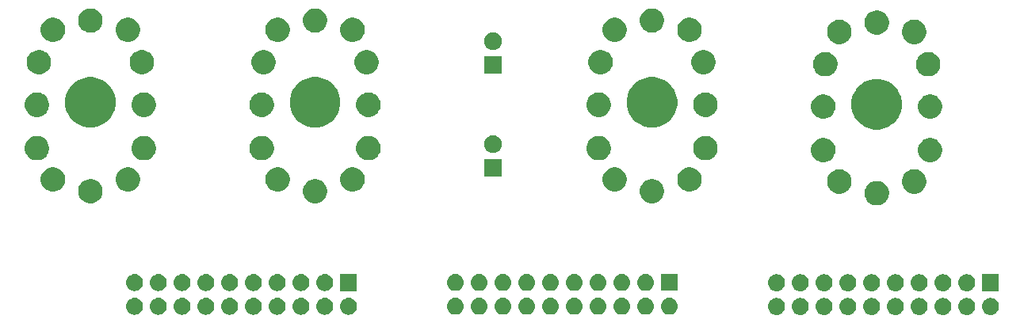
<source format=gbr>
G04 #@! TF.GenerationSoftware,KiCad,Pcbnew,5.1.4*
G04 #@! TF.CreationDate,2019-08-29T18:55:29+02:00*
G04 #@! TF.ProjectId,NixieClock,4e697869-6543-46c6-9f63-6b2e6b696361,rev?*
G04 #@! TF.SameCoordinates,Original*
G04 #@! TF.FileFunction,Soldermask,Bot*
G04 #@! TF.FilePolarity,Negative*
%FSLAX46Y46*%
G04 Gerber Fmt 4.6, Leading zero omitted, Abs format (unit mm)*
G04 Created by KiCad (PCBNEW 5.1.4) date 2019-08-29 18:55:29*
%MOMM*%
%LPD*%
G04 APERTURE LIST*
%ADD10C,0.100000*%
G04 APERTURE END LIST*
D10*
G36*
X132310442Y-95107518D02*
G01*
X132376627Y-95114037D01*
X132546466Y-95165557D01*
X132702991Y-95249222D01*
X132738729Y-95278552D01*
X132840186Y-95361814D01*
X132923448Y-95463271D01*
X132952778Y-95499009D01*
X133036443Y-95655534D01*
X133087963Y-95825373D01*
X133105359Y-96002000D01*
X133087963Y-96178627D01*
X133036443Y-96348466D01*
X132952778Y-96504991D01*
X132923448Y-96540729D01*
X132840186Y-96642186D01*
X132738729Y-96725448D01*
X132702991Y-96754778D01*
X132702989Y-96754779D01*
X132565177Y-96828442D01*
X132546466Y-96838443D01*
X132376627Y-96889963D01*
X132310442Y-96896482D01*
X132244260Y-96903000D01*
X132155740Y-96903000D01*
X132089558Y-96896482D01*
X132023373Y-96889963D01*
X131853534Y-96838443D01*
X131834824Y-96828442D01*
X131697011Y-96754779D01*
X131697009Y-96754778D01*
X131661271Y-96725448D01*
X131559814Y-96642186D01*
X131476552Y-96540729D01*
X131447222Y-96504991D01*
X131363557Y-96348466D01*
X131312037Y-96178627D01*
X131294641Y-96002000D01*
X131312037Y-95825373D01*
X131363557Y-95655534D01*
X131447222Y-95499009D01*
X131476552Y-95463271D01*
X131559814Y-95361814D01*
X131661271Y-95278552D01*
X131697009Y-95249222D01*
X131853534Y-95165557D01*
X132023373Y-95114037D01*
X132089557Y-95107519D01*
X132155740Y-95101000D01*
X132244260Y-95101000D01*
X132310442Y-95107518D01*
X132310442Y-95107518D01*
G37*
G36*
X134850442Y-95107518D02*
G01*
X134916627Y-95114037D01*
X135086466Y-95165557D01*
X135242991Y-95249222D01*
X135278729Y-95278552D01*
X135380186Y-95361814D01*
X135463448Y-95463271D01*
X135492778Y-95499009D01*
X135576443Y-95655534D01*
X135627963Y-95825373D01*
X135645359Y-96002000D01*
X135627963Y-96178627D01*
X135576443Y-96348466D01*
X135492778Y-96504991D01*
X135463448Y-96540729D01*
X135380186Y-96642186D01*
X135278729Y-96725448D01*
X135242991Y-96754778D01*
X135242989Y-96754779D01*
X135105177Y-96828442D01*
X135086466Y-96838443D01*
X134916627Y-96889963D01*
X134850442Y-96896482D01*
X134784260Y-96903000D01*
X134695740Y-96903000D01*
X134629558Y-96896482D01*
X134563373Y-96889963D01*
X134393534Y-96838443D01*
X134374824Y-96828442D01*
X134237011Y-96754779D01*
X134237009Y-96754778D01*
X134201271Y-96725448D01*
X134099814Y-96642186D01*
X134016552Y-96540729D01*
X133987222Y-96504991D01*
X133903557Y-96348466D01*
X133852037Y-96178627D01*
X133834641Y-96002000D01*
X133852037Y-95825373D01*
X133903557Y-95655534D01*
X133987222Y-95499009D01*
X134016552Y-95463271D01*
X134099814Y-95361814D01*
X134201271Y-95278552D01*
X134237009Y-95249222D01*
X134393534Y-95165557D01*
X134563373Y-95114037D01*
X134629557Y-95107519D01*
X134695740Y-95101000D01*
X134784260Y-95101000D01*
X134850442Y-95107518D01*
X134850442Y-95107518D01*
G37*
G36*
X137390442Y-95107518D02*
G01*
X137456627Y-95114037D01*
X137626466Y-95165557D01*
X137782991Y-95249222D01*
X137818729Y-95278552D01*
X137920186Y-95361814D01*
X138003448Y-95463271D01*
X138032778Y-95499009D01*
X138116443Y-95655534D01*
X138167963Y-95825373D01*
X138185359Y-96002000D01*
X138167963Y-96178627D01*
X138116443Y-96348466D01*
X138032778Y-96504991D01*
X138003448Y-96540729D01*
X137920186Y-96642186D01*
X137818729Y-96725448D01*
X137782991Y-96754778D01*
X137782989Y-96754779D01*
X137645177Y-96828442D01*
X137626466Y-96838443D01*
X137456627Y-96889963D01*
X137390442Y-96896482D01*
X137324260Y-96903000D01*
X137235740Y-96903000D01*
X137169558Y-96896482D01*
X137103373Y-96889963D01*
X136933534Y-96838443D01*
X136914824Y-96828442D01*
X136777011Y-96754779D01*
X136777009Y-96754778D01*
X136741271Y-96725448D01*
X136639814Y-96642186D01*
X136556552Y-96540729D01*
X136527222Y-96504991D01*
X136443557Y-96348466D01*
X136392037Y-96178627D01*
X136374641Y-96002000D01*
X136392037Y-95825373D01*
X136443557Y-95655534D01*
X136527222Y-95499009D01*
X136556552Y-95463271D01*
X136639814Y-95361814D01*
X136741271Y-95278552D01*
X136777009Y-95249222D01*
X136933534Y-95165557D01*
X137103373Y-95114037D01*
X137169557Y-95107519D01*
X137235740Y-95101000D01*
X137324260Y-95101000D01*
X137390442Y-95107518D01*
X137390442Y-95107518D01*
G37*
G36*
X139930442Y-95107518D02*
G01*
X139996627Y-95114037D01*
X140166466Y-95165557D01*
X140322991Y-95249222D01*
X140358729Y-95278552D01*
X140460186Y-95361814D01*
X140543448Y-95463271D01*
X140572778Y-95499009D01*
X140656443Y-95655534D01*
X140707963Y-95825373D01*
X140725359Y-96002000D01*
X140707963Y-96178627D01*
X140656443Y-96348466D01*
X140572778Y-96504991D01*
X140543448Y-96540729D01*
X140460186Y-96642186D01*
X140358729Y-96725448D01*
X140322991Y-96754778D01*
X140322989Y-96754779D01*
X140185177Y-96828442D01*
X140166466Y-96838443D01*
X139996627Y-96889963D01*
X139930442Y-96896482D01*
X139864260Y-96903000D01*
X139775740Y-96903000D01*
X139709558Y-96896482D01*
X139643373Y-96889963D01*
X139473534Y-96838443D01*
X139454824Y-96828442D01*
X139317011Y-96754779D01*
X139317009Y-96754778D01*
X139281271Y-96725448D01*
X139179814Y-96642186D01*
X139096552Y-96540729D01*
X139067222Y-96504991D01*
X138983557Y-96348466D01*
X138932037Y-96178627D01*
X138914641Y-96002000D01*
X138932037Y-95825373D01*
X138983557Y-95655534D01*
X139067222Y-95499009D01*
X139096552Y-95463271D01*
X139179814Y-95361814D01*
X139281271Y-95278552D01*
X139317009Y-95249222D01*
X139473534Y-95165557D01*
X139643373Y-95114037D01*
X139709557Y-95107519D01*
X139775740Y-95101000D01*
X139864260Y-95101000D01*
X139930442Y-95107518D01*
X139930442Y-95107518D01*
G37*
G36*
X142470442Y-95107518D02*
G01*
X142536627Y-95114037D01*
X142706466Y-95165557D01*
X142862991Y-95249222D01*
X142898729Y-95278552D01*
X143000186Y-95361814D01*
X143083448Y-95463271D01*
X143112778Y-95499009D01*
X143196443Y-95655534D01*
X143247963Y-95825373D01*
X143265359Y-96002000D01*
X143247963Y-96178627D01*
X143196443Y-96348466D01*
X143112778Y-96504991D01*
X143083448Y-96540729D01*
X143000186Y-96642186D01*
X142898729Y-96725448D01*
X142862991Y-96754778D01*
X142862989Y-96754779D01*
X142725177Y-96828442D01*
X142706466Y-96838443D01*
X142536627Y-96889963D01*
X142470442Y-96896482D01*
X142404260Y-96903000D01*
X142315740Y-96903000D01*
X142249558Y-96896482D01*
X142183373Y-96889963D01*
X142013534Y-96838443D01*
X141994824Y-96828442D01*
X141857011Y-96754779D01*
X141857009Y-96754778D01*
X141821271Y-96725448D01*
X141719814Y-96642186D01*
X141636552Y-96540729D01*
X141607222Y-96504991D01*
X141523557Y-96348466D01*
X141472037Y-96178627D01*
X141454641Y-96002000D01*
X141472037Y-95825373D01*
X141523557Y-95655534D01*
X141607222Y-95499009D01*
X141636552Y-95463271D01*
X141719814Y-95361814D01*
X141821271Y-95278552D01*
X141857009Y-95249222D01*
X142013534Y-95165557D01*
X142183373Y-95114037D01*
X142249557Y-95107519D01*
X142315740Y-95101000D01*
X142404260Y-95101000D01*
X142470442Y-95107518D01*
X142470442Y-95107518D01*
G37*
G36*
X145010442Y-95107518D02*
G01*
X145076627Y-95114037D01*
X145246466Y-95165557D01*
X145402991Y-95249222D01*
X145438729Y-95278552D01*
X145540186Y-95361814D01*
X145623448Y-95463271D01*
X145652778Y-95499009D01*
X145736443Y-95655534D01*
X145787963Y-95825373D01*
X145805359Y-96002000D01*
X145787963Y-96178627D01*
X145736443Y-96348466D01*
X145652778Y-96504991D01*
X145623448Y-96540729D01*
X145540186Y-96642186D01*
X145438729Y-96725448D01*
X145402991Y-96754778D01*
X145402989Y-96754779D01*
X145265177Y-96828442D01*
X145246466Y-96838443D01*
X145076627Y-96889963D01*
X145010442Y-96896482D01*
X144944260Y-96903000D01*
X144855740Y-96903000D01*
X144789558Y-96896482D01*
X144723373Y-96889963D01*
X144553534Y-96838443D01*
X144534824Y-96828442D01*
X144397011Y-96754779D01*
X144397009Y-96754778D01*
X144361271Y-96725448D01*
X144259814Y-96642186D01*
X144176552Y-96540729D01*
X144147222Y-96504991D01*
X144063557Y-96348466D01*
X144012037Y-96178627D01*
X143994641Y-96002000D01*
X144012037Y-95825373D01*
X144063557Y-95655534D01*
X144147222Y-95499009D01*
X144176552Y-95463271D01*
X144259814Y-95361814D01*
X144361271Y-95278552D01*
X144397009Y-95249222D01*
X144553534Y-95165557D01*
X144723373Y-95114037D01*
X144789557Y-95107519D01*
X144855740Y-95101000D01*
X144944260Y-95101000D01*
X145010442Y-95107518D01*
X145010442Y-95107518D01*
G37*
G36*
X147550442Y-95107518D02*
G01*
X147616627Y-95114037D01*
X147786466Y-95165557D01*
X147942991Y-95249222D01*
X147978729Y-95278552D01*
X148080186Y-95361814D01*
X148163448Y-95463271D01*
X148192778Y-95499009D01*
X148276443Y-95655534D01*
X148327963Y-95825373D01*
X148345359Y-96002000D01*
X148327963Y-96178627D01*
X148276443Y-96348466D01*
X148192778Y-96504991D01*
X148163448Y-96540729D01*
X148080186Y-96642186D01*
X147978729Y-96725448D01*
X147942991Y-96754778D01*
X147942989Y-96754779D01*
X147805177Y-96828442D01*
X147786466Y-96838443D01*
X147616627Y-96889963D01*
X147550442Y-96896482D01*
X147484260Y-96903000D01*
X147395740Y-96903000D01*
X147329558Y-96896482D01*
X147263373Y-96889963D01*
X147093534Y-96838443D01*
X147074824Y-96828442D01*
X146937011Y-96754779D01*
X146937009Y-96754778D01*
X146901271Y-96725448D01*
X146799814Y-96642186D01*
X146716552Y-96540729D01*
X146687222Y-96504991D01*
X146603557Y-96348466D01*
X146552037Y-96178627D01*
X146534641Y-96002000D01*
X146552037Y-95825373D01*
X146603557Y-95655534D01*
X146687222Y-95499009D01*
X146716552Y-95463271D01*
X146799814Y-95361814D01*
X146901271Y-95278552D01*
X146937009Y-95249222D01*
X147093534Y-95165557D01*
X147263373Y-95114037D01*
X147329557Y-95107519D01*
X147395740Y-95101000D01*
X147484260Y-95101000D01*
X147550442Y-95107518D01*
X147550442Y-95107518D01*
G37*
G36*
X150090442Y-95107518D02*
G01*
X150156627Y-95114037D01*
X150326466Y-95165557D01*
X150482991Y-95249222D01*
X150518729Y-95278552D01*
X150620186Y-95361814D01*
X150703448Y-95463271D01*
X150732778Y-95499009D01*
X150816443Y-95655534D01*
X150867963Y-95825373D01*
X150885359Y-96002000D01*
X150867963Y-96178627D01*
X150816443Y-96348466D01*
X150732778Y-96504991D01*
X150703448Y-96540729D01*
X150620186Y-96642186D01*
X150518729Y-96725448D01*
X150482991Y-96754778D01*
X150482989Y-96754779D01*
X150345177Y-96828442D01*
X150326466Y-96838443D01*
X150156627Y-96889963D01*
X150090442Y-96896482D01*
X150024260Y-96903000D01*
X149935740Y-96903000D01*
X149869558Y-96896482D01*
X149803373Y-96889963D01*
X149633534Y-96838443D01*
X149614824Y-96828442D01*
X149477011Y-96754779D01*
X149477009Y-96754778D01*
X149441271Y-96725448D01*
X149339814Y-96642186D01*
X149256552Y-96540729D01*
X149227222Y-96504991D01*
X149143557Y-96348466D01*
X149092037Y-96178627D01*
X149074641Y-96002000D01*
X149092037Y-95825373D01*
X149143557Y-95655534D01*
X149227222Y-95499009D01*
X149256552Y-95463271D01*
X149339814Y-95361814D01*
X149441271Y-95278552D01*
X149477009Y-95249222D01*
X149633534Y-95165557D01*
X149803373Y-95114037D01*
X149869557Y-95107519D01*
X149935740Y-95101000D01*
X150024260Y-95101000D01*
X150090442Y-95107518D01*
X150090442Y-95107518D01*
G37*
G36*
X155170442Y-95107518D02*
G01*
X155236627Y-95114037D01*
X155406466Y-95165557D01*
X155562991Y-95249222D01*
X155598729Y-95278552D01*
X155700186Y-95361814D01*
X155783448Y-95463271D01*
X155812778Y-95499009D01*
X155896443Y-95655534D01*
X155947963Y-95825373D01*
X155965359Y-96002000D01*
X155947963Y-96178627D01*
X155896443Y-96348466D01*
X155812778Y-96504991D01*
X155783448Y-96540729D01*
X155700186Y-96642186D01*
X155598729Y-96725448D01*
X155562991Y-96754778D01*
X155562989Y-96754779D01*
X155425177Y-96828442D01*
X155406466Y-96838443D01*
X155236627Y-96889963D01*
X155170442Y-96896482D01*
X155104260Y-96903000D01*
X155015740Y-96903000D01*
X154949558Y-96896482D01*
X154883373Y-96889963D01*
X154713534Y-96838443D01*
X154694824Y-96828442D01*
X154557011Y-96754779D01*
X154557009Y-96754778D01*
X154521271Y-96725448D01*
X154419814Y-96642186D01*
X154336552Y-96540729D01*
X154307222Y-96504991D01*
X154223557Y-96348466D01*
X154172037Y-96178627D01*
X154154641Y-96002000D01*
X154172037Y-95825373D01*
X154223557Y-95655534D01*
X154307222Y-95499009D01*
X154336552Y-95463271D01*
X154419814Y-95361814D01*
X154521271Y-95278552D01*
X154557009Y-95249222D01*
X154713534Y-95165557D01*
X154883373Y-95114037D01*
X154949557Y-95107519D01*
X155015740Y-95101000D01*
X155104260Y-95101000D01*
X155170442Y-95107518D01*
X155170442Y-95107518D01*
G37*
G36*
X152630442Y-95107518D02*
G01*
X152696627Y-95114037D01*
X152866466Y-95165557D01*
X153022991Y-95249222D01*
X153058729Y-95278552D01*
X153160186Y-95361814D01*
X153243448Y-95463271D01*
X153272778Y-95499009D01*
X153356443Y-95655534D01*
X153407963Y-95825373D01*
X153425359Y-96002000D01*
X153407963Y-96178627D01*
X153356443Y-96348466D01*
X153272778Y-96504991D01*
X153243448Y-96540729D01*
X153160186Y-96642186D01*
X153058729Y-96725448D01*
X153022991Y-96754778D01*
X153022989Y-96754779D01*
X152885177Y-96828442D01*
X152866466Y-96838443D01*
X152696627Y-96889963D01*
X152630442Y-96896482D01*
X152564260Y-96903000D01*
X152475740Y-96903000D01*
X152409558Y-96896482D01*
X152343373Y-96889963D01*
X152173534Y-96838443D01*
X152154824Y-96828442D01*
X152017011Y-96754779D01*
X152017009Y-96754778D01*
X151981271Y-96725448D01*
X151879814Y-96642186D01*
X151796552Y-96540729D01*
X151767222Y-96504991D01*
X151683557Y-96348466D01*
X151632037Y-96178627D01*
X151614641Y-96002000D01*
X151632037Y-95825373D01*
X151683557Y-95655534D01*
X151767222Y-95499009D01*
X151796552Y-95463271D01*
X151879814Y-95361814D01*
X151981271Y-95278552D01*
X152017009Y-95249222D01*
X152173534Y-95165557D01*
X152343373Y-95114037D01*
X152409557Y-95107519D01*
X152475740Y-95101000D01*
X152564260Y-95101000D01*
X152630442Y-95107518D01*
X152630442Y-95107518D01*
G37*
G36*
X86600443Y-95097519D02*
G01*
X86666627Y-95104037D01*
X86836466Y-95155557D01*
X86836468Y-95155558D01*
X86914728Y-95197389D01*
X86992991Y-95239222D01*
X87028729Y-95268552D01*
X87130186Y-95351814D01*
X87213448Y-95453271D01*
X87242778Y-95489009D01*
X87326443Y-95645534D01*
X87377963Y-95815373D01*
X87395359Y-95992000D01*
X87377963Y-96168627D01*
X87326443Y-96338466D01*
X87242778Y-96494991D01*
X87234571Y-96504991D01*
X87130186Y-96632186D01*
X87028729Y-96715448D01*
X86992991Y-96744778D01*
X86914729Y-96786610D01*
X86855177Y-96818442D01*
X86836466Y-96828443D01*
X86666627Y-96879963D01*
X86600443Y-96886481D01*
X86534260Y-96893000D01*
X86445740Y-96893000D01*
X86379557Y-96886481D01*
X86313373Y-96879963D01*
X86143534Y-96828443D01*
X86124824Y-96818442D01*
X86065271Y-96786610D01*
X85987009Y-96744778D01*
X85951271Y-96715448D01*
X85849814Y-96632186D01*
X85745429Y-96504991D01*
X85737222Y-96494991D01*
X85653557Y-96338466D01*
X85602037Y-96168627D01*
X85584641Y-95992000D01*
X85602037Y-95815373D01*
X85653557Y-95645534D01*
X85737222Y-95489009D01*
X85766552Y-95453271D01*
X85849814Y-95351814D01*
X85951271Y-95268552D01*
X85987009Y-95239222D01*
X86065272Y-95197389D01*
X86143532Y-95155558D01*
X86143534Y-95155557D01*
X86313373Y-95104037D01*
X86379557Y-95097519D01*
X86445740Y-95091000D01*
X86534260Y-95091000D01*
X86600443Y-95097519D01*
X86600443Y-95097519D01*
G37*
G36*
X63740443Y-95097519D02*
G01*
X63806627Y-95104037D01*
X63976466Y-95155557D01*
X63976468Y-95155558D01*
X64054728Y-95197389D01*
X64132991Y-95239222D01*
X64168729Y-95268552D01*
X64270186Y-95351814D01*
X64353448Y-95453271D01*
X64382778Y-95489009D01*
X64466443Y-95645534D01*
X64517963Y-95815373D01*
X64535359Y-95992000D01*
X64517963Y-96168627D01*
X64466443Y-96338466D01*
X64382778Y-96494991D01*
X64374571Y-96504991D01*
X64270186Y-96632186D01*
X64168729Y-96715448D01*
X64132991Y-96744778D01*
X64054729Y-96786610D01*
X63995177Y-96818442D01*
X63976466Y-96828443D01*
X63806627Y-96879963D01*
X63740443Y-96886481D01*
X63674260Y-96893000D01*
X63585740Y-96893000D01*
X63519557Y-96886481D01*
X63453373Y-96879963D01*
X63283534Y-96828443D01*
X63264824Y-96818442D01*
X63205271Y-96786610D01*
X63127009Y-96744778D01*
X63091271Y-96715448D01*
X62989814Y-96632186D01*
X62885429Y-96504991D01*
X62877222Y-96494991D01*
X62793557Y-96338466D01*
X62742037Y-96168627D01*
X62724641Y-95992000D01*
X62742037Y-95815373D01*
X62793557Y-95645534D01*
X62877222Y-95489009D01*
X62906552Y-95453271D01*
X62989814Y-95351814D01*
X63091271Y-95268552D01*
X63127009Y-95239222D01*
X63205272Y-95197389D01*
X63283532Y-95155558D01*
X63283534Y-95155557D01*
X63453373Y-95104037D01*
X63519557Y-95097519D01*
X63585740Y-95091000D01*
X63674260Y-95091000D01*
X63740443Y-95097519D01*
X63740443Y-95097519D01*
G37*
G36*
X66280443Y-95097519D02*
G01*
X66346627Y-95104037D01*
X66516466Y-95155557D01*
X66516468Y-95155558D01*
X66594728Y-95197389D01*
X66672991Y-95239222D01*
X66708729Y-95268552D01*
X66810186Y-95351814D01*
X66893448Y-95453271D01*
X66922778Y-95489009D01*
X67006443Y-95645534D01*
X67057963Y-95815373D01*
X67075359Y-95992000D01*
X67057963Y-96168627D01*
X67006443Y-96338466D01*
X66922778Y-96494991D01*
X66914571Y-96504991D01*
X66810186Y-96632186D01*
X66708729Y-96715448D01*
X66672991Y-96744778D01*
X66594729Y-96786610D01*
X66535177Y-96818442D01*
X66516466Y-96828443D01*
X66346627Y-96879963D01*
X66280443Y-96886481D01*
X66214260Y-96893000D01*
X66125740Y-96893000D01*
X66059557Y-96886481D01*
X65993373Y-96879963D01*
X65823534Y-96828443D01*
X65804824Y-96818442D01*
X65745271Y-96786610D01*
X65667009Y-96744778D01*
X65631271Y-96715448D01*
X65529814Y-96632186D01*
X65425429Y-96504991D01*
X65417222Y-96494991D01*
X65333557Y-96338466D01*
X65282037Y-96168627D01*
X65264641Y-95992000D01*
X65282037Y-95815373D01*
X65333557Y-95645534D01*
X65417222Y-95489009D01*
X65446552Y-95453271D01*
X65529814Y-95351814D01*
X65631271Y-95268552D01*
X65667009Y-95239222D01*
X65745272Y-95197389D01*
X65823532Y-95155558D01*
X65823534Y-95155557D01*
X65993373Y-95104037D01*
X66059557Y-95097519D01*
X66125740Y-95091000D01*
X66214260Y-95091000D01*
X66280443Y-95097519D01*
X66280443Y-95097519D01*
G37*
G36*
X68820443Y-95097519D02*
G01*
X68886627Y-95104037D01*
X69056466Y-95155557D01*
X69056468Y-95155558D01*
X69134728Y-95197389D01*
X69212991Y-95239222D01*
X69248729Y-95268552D01*
X69350186Y-95351814D01*
X69433448Y-95453271D01*
X69462778Y-95489009D01*
X69546443Y-95645534D01*
X69597963Y-95815373D01*
X69615359Y-95992000D01*
X69597963Y-96168627D01*
X69546443Y-96338466D01*
X69462778Y-96494991D01*
X69454571Y-96504991D01*
X69350186Y-96632186D01*
X69248729Y-96715448D01*
X69212991Y-96744778D01*
X69134729Y-96786610D01*
X69075177Y-96818442D01*
X69056466Y-96828443D01*
X68886627Y-96879963D01*
X68820443Y-96886481D01*
X68754260Y-96893000D01*
X68665740Y-96893000D01*
X68599557Y-96886481D01*
X68533373Y-96879963D01*
X68363534Y-96828443D01*
X68344824Y-96818442D01*
X68285271Y-96786610D01*
X68207009Y-96744778D01*
X68171271Y-96715448D01*
X68069814Y-96632186D01*
X67965429Y-96504991D01*
X67957222Y-96494991D01*
X67873557Y-96338466D01*
X67822037Y-96168627D01*
X67804641Y-95992000D01*
X67822037Y-95815373D01*
X67873557Y-95645534D01*
X67957222Y-95489009D01*
X67986552Y-95453271D01*
X68069814Y-95351814D01*
X68171271Y-95268552D01*
X68207009Y-95239222D01*
X68285272Y-95197389D01*
X68363532Y-95155558D01*
X68363534Y-95155557D01*
X68533373Y-95104037D01*
X68599557Y-95097519D01*
X68665740Y-95091000D01*
X68754260Y-95091000D01*
X68820443Y-95097519D01*
X68820443Y-95097519D01*
G37*
G36*
X71360443Y-95097519D02*
G01*
X71426627Y-95104037D01*
X71596466Y-95155557D01*
X71596468Y-95155558D01*
X71674728Y-95197389D01*
X71752991Y-95239222D01*
X71788729Y-95268552D01*
X71890186Y-95351814D01*
X71973448Y-95453271D01*
X72002778Y-95489009D01*
X72086443Y-95645534D01*
X72137963Y-95815373D01*
X72155359Y-95992000D01*
X72137963Y-96168627D01*
X72086443Y-96338466D01*
X72002778Y-96494991D01*
X71994571Y-96504991D01*
X71890186Y-96632186D01*
X71788729Y-96715448D01*
X71752991Y-96744778D01*
X71674729Y-96786610D01*
X71615177Y-96818442D01*
X71596466Y-96828443D01*
X71426627Y-96879963D01*
X71360443Y-96886481D01*
X71294260Y-96893000D01*
X71205740Y-96893000D01*
X71139557Y-96886481D01*
X71073373Y-96879963D01*
X70903534Y-96828443D01*
X70884824Y-96818442D01*
X70825271Y-96786610D01*
X70747009Y-96744778D01*
X70711271Y-96715448D01*
X70609814Y-96632186D01*
X70505429Y-96504991D01*
X70497222Y-96494991D01*
X70413557Y-96338466D01*
X70362037Y-96168627D01*
X70344641Y-95992000D01*
X70362037Y-95815373D01*
X70413557Y-95645534D01*
X70497222Y-95489009D01*
X70526552Y-95453271D01*
X70609814Y-95351814D01*
X70711271Y-95268552D01*
X70747009Y-95239222D01*
X70825272Y-95197389D01*
X70903532Y-95155558D01*
X70903534Y-95155557D01*
X71073373Y-95104037D01*
X71139557Y-95097519D01*
X71205740Y-95091000D01*
X71294260Y-95091000D01*
X71360443Y-95097519D01*
X71360443Y-95097519D01*
G37*
G36*
X73900443Y-95097519D02*
G01*
X73966627Y-95104037D01*
X74136466Y-95155557D01*
X74136468Y-95155558D01*
X74214728Y-95197389D01*
X74292991Y-95239222D01*
X74328729Y-95268552D01*
X74430186Y-95351814D01*
X74513448Y-95453271D01*
X74542778Y-95489009D01*
X74626443Y-95645534D01*
X74677963Y-95815373D01*
X74695359Y-95992000D01*
X74677963Y-96168627D01*
X74626443Y-96338466D01*
X74542778Y-96494991D01*
X74534571Y-96504991D01*
X74430186Y-96632186D01*
X74328729Y-96715448D01*
X74292991Y-96744778D01*
X74214729Y-96786610D01*
X74155177Y-96818442D01*
X74136466Y-96828443D01*
X73966627Y-96879963D01*
X73900443Y-96886481D01*
X73834260Y-96893000D01*
X73745740Y-96893000D01*
X73679557Y-96886481D01*
X73613373Y-96879963D01*
X73443534Y-96828443D01*
X73424824Y-96818442D01*
X73365271Y-96786610D01*
X73287009Y-96744778D01*
X73251271Y-96715448D01*
X73149814Y-96632186D01*
X73045429Y-96504991D01*
X73037222Y-96494991D01*
X72953557Y-96338466D01*
X72902037Y-96168627D01*
X72884641Y-95992000D01*
X72902037Y-95815373D01*
X72953557Y-95645534D01*
X73037222Y-95489009D01*
X73066552Y-95453271D01*
X73149814Y-95351814D01*
X73251271Y-95268552D01*
X73287009Y-95239222D01*
X73365272Y-95197389D01*
X73443532Y-95155558D01*
X73443534Y-95155557D01*
X73613373Y-95104037D01*
X73679557Y-95097519D01*
X73745740Y-95091000D01*
X73834260Y-95091000D01*
X73900443Y-95097519D01*
X73900443Y-95097519D01*
G37*
G36*
X76440443Y-95097519D02*
G01*
X76506627Y-95104037D01*
X76676466Y-95155557D01*
X76676468Y-95155558D01*
X76754728Y-95197389D01*
X76832991Y-95239222D01*
X76868729Y-95268552D01*
X76970186Y-95351814D01*
X77053448Y-95453271D01*
X77082778Y-95489009D01*
X77166443Y-95645534D01*
X77217963Y-95815373D01*
X77235359Y-95992000D01*
X77217963Y-96168627D01*
X77166443Y-96338466D01*
X77082778Y-96494991D01*
X77074571Y-96504991D01*
X76970186Y-96632186D01*
X76868729Y-96715448D01*
X76832991Y-96744778D01*
X76754729Y-96786610D01*
X76695177Y-96818442D01*
X76676466Y-96828443D01*
X76506627Y-96879963D01*
X76440443Y-96886481D01*
X76374260Y-96893000D01*
X76285740Y-96893000D01*
X76219557Y-96886481D01*
X76153373Y-96879963D01*
X75983534Y-96828443D01*
X75964824Y-96818442D01*
X75905271Y-96786610D01*
X75827009Y-96744778D01*
X75791271Y-96715448D01*
X75689814Y-96632186D01*
X75585429Y-96504991D01*
X75577222Y-96494991D01*
X75493557Y-96338466D01*
X75442037Y-96168627D01*
X75424641Y-95992000D01*
X75442037Y-95815373D01*
X75493557Y-95645534D01*
X75577222Y-95489009D01*
X75606552Y-95453271D01*
X75689814Y-95351814D01*
X75791271Y-95268552D01*
X75827009Y-95239222D01*
X75905272Y-95197389D01*
X75983532Y-95155558D01*
X75983534Y-95155557D01*
X76153373Y-95104037D01*
X76219557Y-95097519D01*
X76285740Y-95091000D01*
X76374260Y-95091000D01*
X76440443Y-95097519D01*
X76440443Y-95097519D01*
G37*
G36*
X81520443Y-95097519D02*
G01*
X81586627Y-95104037D01*
X81756466Y-95155557D01*
X81756468Y-95155558D01*
X81834728Y-95197389D01*
X81912991Y-95239222D01*
X81948729Y-95268552D01*
X82050186Y-95351814D01*
X82133448Y-95453271D01*
X82162778Y-95489009D01*
X82246443Y-95645534D01*
X82297963Y-95815373D01*
X82315359Y-95992000D01*
X82297963Y-96168627D01*
X82246443Y-96338466D01*
X82162778Y-96494991D01*
X82154571Y-96504991D01*
X82050186Y-96632186D01*
X81948729Y-96715448D01*
X81912991Y-96744778D01*
X81834729Y-96786610D01*
X81775177Y-96818442D01*
X81756466Y-96828443D01*
X81586627Y-96879963D01*
X81520443Y-96886481D01*
X81454260Y-96893000D01*
X81365740Y-96893000D01*
X81299557Y-96886481D01*
X81233373Y-96879963D01*
X81063534Y-96828443D01*
X81044824Y-96818442D01*
X80985271Y-96786610D01*
X80907009Y-96744778D01*
X80871271Y-96715448D01*
X80769814Y-96632186D01*
X80665429Y-96504991D01*
X80657222Y-96494991D01*
X80573557Y-96338466D01*
X80522037Y-96168627D01*
X80504641Y-95992000D01*
X80522037Y-95815373D01*
X80573557Y-95645534D01*
X80657222Y-95489009D01*
X80686552Y-95453271D01*
X80769814Y-95351814D01*
X80871271Y-95268552D01*
X80907009Y-95239222D01*
X80985272Y-95197389D01*
X81063532Y-95155558D01*
X81063534Y-95155557D01*
X81233373Y-95104037D01*
X81299557Y-95097519D01*
X81365740Y-95091000D01*
X81454260Y-95091000D01*
X81520443Y-95097519D01*
X81520443Y-95097519D01*
G37*
G36*
X78980443Y-95097519D02*
G01*
X79046627Y-95104037D01*
X79216466Y-95155557D01*
X79216468Y-95155558D01*
X79294728Y-95197389D01*
X79372991Y-95239222D01*
X79408729Y-95268552D01*
X79510186Y-95351814D01*
X79593448Y-95453271D01*
X79622778Y-95489009D01*
X79706443Y-95645534D01*
X79757963Y-95815373D01*
X79775359Y-95992000D01*
X79757963Y-96168627D01*
X79706443Y-96338466D01*
X79622778Y-96494991D01*
X79614571Y-96504991D01*
X79510186Y-96632186D01*
X79408729Y-96715448D01*
X79372991Y-96744778D01*
X79294729Y-96786610D01*
X79235177Y-96818442D01*
X79216466Y-96828443D01*
X79046627Y-96879963D01*
X78980443Y-96886481D01*
X78914260Y-96893000D01*
X78825740Y-96893000D01*
X78759557Y-96886481D01*
X78693373Y-96879963D01*
X78523534Y-96828443D01*
X78504824Y-96818442D01*
X78445271Y-96786610D01*
X78367009Y-96744778D01*
X78331271Y-96715448D01*
X78229814Y-96632186D01*
X78125429Y-96504991D01*
X78117222Y-96494991D01*
X78033557Y-96338466D01*
X77982037Y-96168627D01*
X77964641Y-95992000D01*
X77982037Y-95815373D01*
X78033557Y-95645534D01*
X78117222Y-95489009D01*
X78146552Y-95453271D01*
X78229814Y-95351814D01*
X78331271Y-95268552D01*
X78367009Y-95239222D01*
X78445272Y-95197389D01*
X78523532Y-95155558D01*
X78523534Y-95155557D01*
X78693373Y-95104037D01*
X78759557Y-95097519D01*
X78825740Y-95091000D01*
X78914260Y-95091000D01*
X78980443Y-95097519D01*
X78980443Y-95097519D01*
G37*
G36*
X84060443Y-95097519D02*
G01*
X84126627Y-95104037D01*
X84296466Y-95155557D01*
X84296468Y-95155558D01*
X84374728Y-95197389D01*
X84452991Y-95239222D01*
X84488729Y-95268552D01*
X84590186Y-95351814D01*
X84673448Y-95453271D01*
X84702778Y-95489009D01*
X84786443Y-95645534D01*
X84837963Y-95815373D01*
X84855359Y-95992000D01*
X84837963Y-96168627D01*
X84786443Y-96338466D01*
X84702778Y-96494991D01*
X84694571Y-96504991D01*
X84590186Y-96632186D01*
X84488729Y-96715448D01*
X84452991Y-96744778D01*
X84374729Y-96786610D01*
X84315177Y-96818442D01*
X84296466Y-96828443D01*
X84126627Y-96879963D01*
X84060443Y-96886481D01*
X83994260Y-96893000D01*
X83905740Y-96893000D01*
X83839557Y-96886481D01*
X83773373Y-96879963D01*
X83603534Y-96828443D01*
X83584824Y-96818442D01*
X83525271Y-96786610D01*
X83447009Y-96744778D01*
X83411271Y-96715448D01*
X83309814Y-96632186D01*
X83205429Y-96504991D01*
X83197222Y-96494991D01*
X83113557Y-96338466D01*
X83062037Y-96168627D01*
X83044641Y-95992000D01*
X83062037Y-95815373D01*
X83113557Y-95645534D01*
X83197222Y-95489009D01*
X83226552Y-95453271D01*
X83309814Y-95351814D01*
X83411271Y-95268552D01*
X83447009Y-95239222D01*
X83525272Y-95197389D01*
X83603532Y-95155558D01*
X83603534Y-95155557D01*
X83773373Y-95104037D01*
X83839557Y-95097519D01*
X83905740Y-95091000D01*
X83994260Y-95091000D01*
X84060443Y-95097519D01*
X84060443Y-95097519D01*
G37*
G36*
X103090442Y-95087518D02*
G01*
X103156627Y-95094037D01*
X103326466Y-95145557D01*
X103326468Y-95145558D01*
X103363883Y-95165557D01*
X103482991Y-95229222D01*
X103507361Y-95249222D01*
X103620186Y-95341814D01*
X103703448Y-95443271D01*
X103732778Y-95479009D01*
X103816443Y-95635534D01*
X103867963Y-95805373D01*
X103885359Y-95982000D01*
X103867963Y-96158627D01*
X103816443Y-96328466D01*
X103732778Y-96484991D01*
X103724571Y-96494991D01*
X103620186Y-96622186D01*
X103518729Y-96705448D01*
X103482991Y-96734778D01*
X103326466Y-96818443D01*
X103156627Y-96869963D01*
X103090442Y-96876482D01*
X103024260Y-96883000D01*
X102935740Y-96883000D01*
X102869557Y-96876481D01*
X102803373Y-96869963D01*
X102633534Y-96818443D01*
X102477009Y-96734778D01*
X102441271Y-96705448D01*
X102339814Y-96622186D01*
X102235429Y-96494991D01*
X102227222Y-96484991D01*
X102143557Y-96328466D01*
X102092037Y-96158627D01*
X102074641Y-95982000D01*
X102092037Y-95805373D01*
X102143557Y-95635534D01*
X102227222Y-95479009D01*
X102256552Y-95443271D01*
X102339814Y-95341814D01*
X102452639Y-95249222D01*
X102477009Y-95229222D01*
X102596117Y-95165557D01*
X102633532Y-95145558D01*
X102633534Y-95145557D01*
X102803373Y-95094037D01*
X102869558Y-95087518D01*
X102935740Y-95081000D01*
X103024260Y-95081000D01*
X103090442Y-95087518D01*
X103090442Y-95087518D01*
G37*
G36*
X98010442Y-95087518D02*
G01*
X98076627Y-95094037D01*
X98246466Y-95145557D01*
X98246468Y-95145558D01*
X98283883Y-95165557D01*
X98402991Y-95229222D01*
X98427361Y-95249222D01*
X98540186Y-95341814D01*
X98623448Y-95443271D01*
X98652778Y-95479009D01*
X98736443Y-95635534D01*
X98787963Y-95805373D01*
X98805359Y-95982000D01*
X98787963Y-96158627D01*
X98736443Y-96328466D01*
X98652778Y-96484991D01*
X98644571Y-96494991D01*
X98540186Y-96622186D01*
X98438729Y-96705448D01*
X98402991Y-96734778D01*
X98246466Y-96818443D01*
X98076627Y-96869963D01*
X98010442Y-96876482D01*
X97944260Y-96883000D01*
X97855740Y-96883000D01*
X97789557Y-96876481D01*
X97723373Y-96869963D01*
X97553534Y-96818443D01*
X97397009Y-96734778D01*
X97361271Y-96705448D01*
X97259814Y-96622186D01*
X97155429Y-96494991D01*
X97147222Y-96484991D01*
X97063557Y-96328466D01*
X97012037Y-96158627D01*
X96994641Y-95982000D01*
X97012037Y-95805373D01*
X97063557Y-95635534D01*
X97147222Y-95479009D01*
X97176552Y-95443271D01*
X97259814Y-95341814D01*
X97372639Y-95249222D01*
X97397009Y-95229222D01*
X97516117Y-95165557D01*
X97553532Y-95145558D01*
X97553534Y-95145557D01*
X97723373Y-95094037D01*
X97789558Y-95087518D01*
X97855740Y-95081000D01*
X97944260Y-95081000D01*
X98010442Y-95087518D01*
X98010442Y-95087518D01*
G37*
G36*
X100550442Y-95087518D02*
G01*
X100616627Y-95094037D01*
X100786466Y-95145557D01*
X100786468Y-95145558D01*
X100823883Y-95165557D01*
X100942991Y-95229222D01*
X100967361Y-95249222D01*
X101080186Y-95341814D01*
X101163448Y-95443271D01*
X101192778Y-95479009D01*
X101276443Y-95635534D01*
X101327963Y-95805373D01*
X101345359Y-95982000D01*
X101327963Y-96158627D01*
X101276443Y-96328466D01*
X101192778Y-96484991D01*
X101184571Y-96494991D01*
X101080186Y-96622186D01*
X100978729Y-96705448D01*
X100942991Y-96734778D01*
X100786466Y-96818443D01*
X100616627Y-96869963D01*
X100550442Y-96876482D01*
X100484260Y-96883000D01*
X100395740Y-96883000D01*
X100329557Y-96876481D01*
X100263373Y-96869963D01*
X100093534Y-96818443D01*
X99937009Y-96734778D01*
X99901271Y-96705448D01*
X99799814Y-96622186D01*
X99695429Y-96494991D01*
X99687222Y-96484991D01*
X99603557Y-96328466D01*
X99552037Y-96158627D01*
X99534641Y-95982000D01*
X99552037Y-95805373D01*
X99603557Y-95635534D01*
X99687222Y-95479009D01*
X99716552Y-95443271D01*
X99799814Y-95341814D01*
X99912639Y-95249222D01*
X99937009Y-95229222D01*
X100056117Y-95165557D01*
X100093532Y-95145558D01*
X100093534Y-95145557D01*
X100263373Y-95094037D01*
X100329558Y-95087518D01*
X100395740Y-95081000D01*
X100484260Y-95081000D01*
X100550442Y-95087518D01*
X100550442Y-95087518D01*
G37*
G36*
X108170442Y-95087518D02*
G01*
X108236627Y-95094037D01*
X108406466Y-95145557D01*
X108406468Y-95145558D01*
X108443883Y-95165557D01*
X108562991Y-95229222D01*
X108587361Y-95249222D01*
X108700186Y-95341814D01*
X108783448Y-95443271D01*
X108812778Y-95479009D01*
X108896443Y-95635534D01*
X108947963Y-95805373D01*
X108965359Y-95982000D01*
X108947963Y-96158627D01*
X108896443Y-96328466D01*
X108812778Y-96484991D01*
X108804571Y-96494991D01*
X108700186Y-96622186D01*
X108598729Y-96705448D01*
X108562991Y-96734778D01*
X108406466Y-96818443D01*
X108236627Y-96869963D01*
X108170442Y-96876482D01*
X108104260Y-96883000D01*
X108015740Y-96883000D01*
X107949557Y-96876481D01*
X107883373Y-96869963D01*
X107713534Y-96818443D01*
X107557009Y-96734778D01*
X107521271Y-96705448D01*
X107419814Y-96622186D01*
X107315429Y-96494991D01*
X107307222Y-96484991D01*
X107223557Y-96328466D01*
X107172037Y-96158627D01*
X107154641Y-95982000D01*
X107172037Y-95805373D01*
X107223557Y-95635534D01*
X107307222Y-95479009D01*
X107336552Y-95443271D01*
X107419814Y-95341814D01*
X107532639Y-95249222D01*
X107557009Y-95229222D01*
X107676117Y-95165557D01*
X107713532Y-95145558D01*
X107713534Y-95145557D01*
X107883373Y-95094037D01*
X107949558Y-95087518D01*
X108015740Y-95081000D01*
X108104260Y-95081000D01*
X108170442Y-95087518D01*
X108170442Y-95087518D01*
G37*
G36*
X105630442Y-95087518D02*
G01*
X105696627Y-95094037D01*
X105866466Y-95145557D01*
X105866468Y-95145558D01*
X105903883Y-95165557D01*
X106022991Y-95229222D01*
X106047361Y-95249222D01*
X106160186Y-95341814D01*
X106243448Y-95443271D01*
X106272778Y-95479009D01*
X106356443Y-95635534D01*
X106407963Y-95805373D01*
X106425359Y-95982000D01*
X106407963Y-96158627D01*
X106356443Y-96328466D01*
X106272778Y-96484991D01*
X106264571Y-96494991D01*
X106160186Y-96622186D01*
X106058729Y-96705448D01*
X106022991Y-96734778D01*
X105866466Y-96818443D01*
X105696627Y-96869963D01*
X105630442Y-96876482D01*
X105564260Y-96883000D01*
X105475740Y-96883000D01*
X105409557Y-96876481D01*
X105343373Y-96869963D01*
X105173534Y-96818443D01*
X105017009Y-96734778D01*
X104981271Y-96705448D01*
X104879814Y-96622186D01*
X104775429Y-96494991D01*
X104767222Y-96484991D01*
X104683557Y-96328466D01*
X104632037Y-96158627D01*
X104614641Y-95982000D01*
X104632037Y-95805373D01*
X104683557Y-95635534D01*
X104767222Y-95479009D01*
X104796552Y-95443271D01*
X104879814Y-95341814D01*
X104992639Y-95249222D01*
X105017009Y-95229222D01*
X105136117Y-95165557D01*
X105173532Y-95145558D01*
X105173534Y-95145557D01*
X105343373Y-95094037D01*
X105409558Y-95087518D01*
X105475740Y-95081000D01*
X105564260Y-95081000D01*
X105630442Y-95087518D01*
X105630442Y-95087518D01*
G37*
G36*
X115790442Y-95087518D02*
G01*
X115856627Y-95094037D01*
X116026466Y-95145557D01*
X116026468Y-95145558D01*
X116063883Y-95165557D01*
X116182991Y-95229222D01*
X116207361Y-95249222D01*
X116320186Y-95341814D01*
X116403448Y-95443271D01*
X116432778Y-95479009D01*
X116516443Y-95635534D01*
X116567963Y-95805373D01*
X116585359Y-95982000D01*
X116567963Y-96158627D01*
X116516443Y-96328466D01*
X116432778Y-96484991D01*
X116424571Y-96494991D01*
X116320186Y-96622186D01*
X116218729Y-96705448D01*
X116182991Y-96734778D01*
X116026466Y-96818443D01*
X115856627Y-96869963D01*
X115790442Y-96876482D01*
X115724260Y-96883000D01*
X115635740Y-96883000D01*
X115569557Y-96876481D01*
X115503373Y-96869963D01*
X115333534Y-96818443D01*
X115177009Y-96734778D01*
X115141271Y-96705448D01*
X115039814Y-96622186D01*
X114935429Y-96494991D01*
X114927222Y-96484991D01*
X114843557Y-96328466D01*
X114792037Y-96158627D01*
X114774641Y-95982000D01*
X114792037Y-95805373D01*
X114843557Y-95635534D01*
X114927222Y-95479009D01*
X114956552Y-95443271D01*
X115039814Y-95341814D01*
X115152639Y-95249222D01*
X115177009Y-95229222D01*
X115296117Y-95165557D01*
X115333532Y-95145558D01*
X115333534Y-95145557D01*
X115503373Y-95094037D01*
X115569558Y-95087518D01*
X115635740Y-95081000D01*
X115724260Y-95081000D01*
X115790442Y-95087518D01*
X115790442Y-95087518D01*
G37*
G36*
X110710442Y-95087518D02*
G01*
X110776627Y-95094037D01*
X110946466Y-95145557D01*
X110946468Y-95145558D01*
X110983883Y-95165557D01*
X111102991Y-95229222D01*
X111127361Y-95249222D01*
X111240186Y-95341814D01*
X111323448Y-95443271D01*
X111352778Y-95479009D01*
X111436443Y-95635534D01*
X111487963Y-95805373D01*
X111505359Y-95982000D01*
X111487963Y-96158627D01*
X111436443Y-96328466D01*
X111352778Y-96484991D01*
X111344571Y-96494991D01*
X111240186Y-96622186D01*
X111138729Y-96705448D01*
X111102991Y-96734778D01*
X110946466Y-96818443D01*
X110776627Y-96869963D01*
X110710442Y-96876482D01*
X110644260Y-96883000D01*
X110555740Y-96883000D01*
X110489557Y-96876481D01*
X110423373Y-96869963D01*
X110253534Y-96818443D01*
X110097009Y-96734778D01*
X110061271Y-96705448D01*
X109959814Y-96622186D01*
X109855429Y-96494991D01*
X109847222Y-96484991D01*
X109763557Y-96328466D01*
X109712037Y-96158627D01*
X109694641Y-95982000D01*
X109712037Y-95805373D01*
X109763557Y-95635534D01*
X109847222Y-95479009D01*
X109876552Y-95443271D01*
X109959814Y-95341814D01*
X110072639Y-95249222D01*
X110097009Y-95229222D01*
X110216117Y-95165557D01*
X110253532Y-95145558D01*
X110253534Y-95145557D01*
X110423373Y-95094037D01*
X110489558Y-95087518D01*
X110555740Y-95081000D01*
X110644260Y-95081000D01*
X110710442Y-95087518D01*
X110710442Y-95087518D01*
G37*
G36*
X118330442Y-95087518D02*
G01*
X118396627Y-95094037D01*
X118566466Y-95145557D01*
X118566468Y-95145558D01*
X118603883Y-95165557D01*
X118722991Y-95229222D01*
X118747361Y-95249222D01*
X118860186Y-95341814D01*
X118943448Y-95443271D01*
X118972778Y-95479009D01*
X119056443Y-95635534D01*
X119107963Y-95805373D01*
X119125359Y-95982000D01*
X119107963Y-96158627D01*
X119056443Y-96328466D01*
X118972778Y-96484991D01*
X118964571Y-96494991D01*
X118860186Y-96622186D01*
X118758729Y-96705448D01*
X118722991Y-96734778D01*
X118566466Y-96818443D01*
X118396627Y-96869963D01*
X118330442Y-96876482D01*
X118264260Y-96883000D01*
X118175740Y-96883000D01*
X118109557Y-96876481D01*
X118043373Y-96869963D01*
X117873534Y-96818443D01*
X117717009Y-96734778D01*
X117681271Y-96705448D01*
X117579814Y-96622186D01*
X117475429Y-96494991D01*
X117467222Y-96484991D01*
X117383557Y-96328466D01*
X117332037Y-96158627D01*
X117314641Y-95982000D01*
X117332037Y-95805373D01*
X117383557Y-95635534D01*
X117467222Y-95479009D01*
X117496552Y-95443271D01*
X117579814Y-95341814D01*
X117692639Y-95249222D01*
X117717009Y-95229222D01*
X117836117Y-95165557D01*
X117873532Y-95145558D01*
X117873534Y-95145557D01*
X118043373Y-95094037D01*
X118109558Y-95087518D01*
X118175740Y-95081000D01*
X118264260Y-95081000D01*
X118330442Y-95087518D01*
X118330442Y-95087518D01*
G37*
G36*
X113250442Y-95087518D02*
G01*
X113316627Y-95094037D01*
X113486466Y-95145557D01*
X113486468Y-95145558D01*
X113523883Y-95165557D01*
X113642991Y-95229222D01*
X113667361Y-95249222D01*
X113780186Y-95341814D01*
X113863448Y-95443271D01*
X113892778Y-95479009D01*
X113976443Y-95635534D01*
X114027963Y-95805373D01*
X114045359Y-95982000D01*
X114027963Y-96158627D01*
X113976443Y-96328466D01*
X113892778Y-96484991D01*
X113884571Y-96494991D01*
X113780186Y-96622186D01*
X113678729Y-96705448D01*
X113642991Y-96734778D01*
X113486466Y-96818443D01*
X113316627Y-96869963D01*
X113250442Y-96876482D01*
X113184260Y-96883000D01*
X113095740Y-96883000D01*
X113029557Y-96876481D01*
X112963373Y-96869963D01*
X112793534Y-96818443D01*
X112637009Y-96734778D01*
X112601271Y-96705448D01*
X112499814Y-96622186D01*
X112395429Y-96494991D01*
X112387222Y-96484991D01*
X112303557Y-96328466D01*
X112252037Y-96158627D01*
X112234641Y-95982000D01*
X112252037Y-95805373D01*
X112303557Y-95635534D01*
X112387222Y-95479009D01*
X112416552Y-95443271D01*
X112499814Y-95341814D01*
X112612639Y-95249222D01*
X112637009Y-95229222D01*
X112756117Y-95165557D01*
X112793532Y-95145558D01*
X112793534Y-95145557D01*
X112963373Y-95094037D01*
X113029558Y-95087518D01*
X113095740Y-95081000D01*
X113184260Y-95081000D01*
X113250442Y-95087518D01*
X113250442Y-95087518D01*
G37*
G36*
X120870442Y-95087518D02*
G01*
X120936627Y-95094037D01*
X121106466Y-95145557D01*
X121106468Y-95145558D01*
X121143883Y-95165557D01*
X121262991Y-95229222D01*
X121287361Y-95249222D01*
X121400186Y-95341814D01*
X121483448Y-95443271D01*
X121512778Y-95479009D01*
X121596443Y-95635534D01*
X121647963Y-95805373D01*
X121665359Y-95982000D01*
X121647963Y-96158627D01*
X121596443Y-96328466D01*
X121512778Y-96484991D01*
X121504571Y-96494991D01*
X121400186Y-96622186D01*
X121298729Y-96705448D01*
X121262991Y-96734778D01*
X121106466Y-96818443D01*
X120936627Y-96869963D01*
X120870442Y-96876482D01*
X120804260Y-96883000D01*
X120715740Y-96883000D01*
X120649557Y-96876481D01*
X120583373Y-96869963D01*
X120413534Y-96818443D01*
X120257009Y-96734778D01*
X120221271Y-96705448D01*
X120119814Y-96622186D01*
X120015429Y-96494991D01*
X120007222Y-96484991D01*
X119923557Y-96328466D01*
X119872037Y-96158627D01*
X119854641Y-95982000D01*
X119872037Y-95805373D01*
X119923557Y-95635534D01*
X120007222Y-95479009D01*
X120036552Y-95443271D01*
X120119814Y-95341814D01*
X120232639Y-95249222D01*
X120257009Y-95229222D01*
X120376117Y-95165557D01*
X120413532Y-95145558D01*
X120413534Y-95145557D01*
X120583373Y-95094037D01*
X120649558Y-95087518D01*
X120715740Y-95081000D01*
X120804260Y-95081000D01*
X120870442Y-95087518D01*
X120870442Y-95087518D01*
G37*
G36*
X139930442Y-92567518D02*
G01*
X139996627Y-92574037D01*
X140166466Y-92625557D01*
X140322991Y-92709222D01*
X140358729Y-92738552D01*
X140460186Y-92821814D01*
X140543448Y-92923271D01*
X140572778Y-92959009D01*
X140656443Y-93115534D01*
X140707963Y-93285373D01*
X140725359Y-93462000D01*
X140707963Y-93638627D01*
X140656443Y-93808466D01*
X140572778Y-93964991D01*
X140543448Y-94000729D01*
X140460186Y-94102186D01*
X140358729Y-94185448D01*
X140322991Y-94214778D01*
X140322989Y-94214779D01*
X140185177Y-94288442D01*
X140166466Y-94298443D01*
X139996627Y-94349963D01*
X139930442Y-94356482D01*
X139864260Y-94363000D01*
X139775740Y-94363000D01*
X139709558Y-94356482D01*
X139643373Y-94349963D01*
X139473534Y-94298443D01*
X139454824Y-94288442D01*
X139317011Y-94214779D01*
X139317009Y-94214778D01*
X139281271Y-94185448D01*
X139179814Y-94102186D01*
X139096552Y-94000729D01*
X139067222Y-93964991D01*
X138983557Y-93808466D01*
X138932037Y-93638627D01*
X138914641Y-93462000D01*
X138932037Y-93285373D01*
X138983557Y-93115534D01*
X139067222Y-92959009D01*
X139096552Y-92923271D01*
X139179814Y-92821814D01*
X139281271Y-92738552D01*
X139317009Y-92709222D01*
X139473534Y-92625557D01*
X139643373Y-92574037D01*
X139709558Y-92567518D01*
X139775740Y-92561000D01*
X139864260Y-92561000D01*
X139930442Y-92567518D01*
X139930442Y-92567518D01*
G37*
G36*
X155961000Y-94363000D02*
G01*
X154159000Y-94363000D01*
X154159000Y-92561000D01*
X155961000Y-92561000D01*
X155961000Y-94363000D01*
X155961000Y-94363000D01*
G37*
G36*
X132310442Y-92567518D02*
G01*
X132376627Y-92574037D01*
X132546466Y-92625557D01*
X132702991Y-92709222D01*
X132738729Y-92738552D01*
X132840186Y-92821814D01*
X132923448Y-92923271D01*
X132952778Y-92959009D01*
X133036443Y-93115534D01*
X133087963Y-93285373D01*
X133105359Y-93462000D01*
X133087963Y-93638627D01*
X133036443Y-93808466D01*
X132952778Y-93964991D01*
X132923448Y-94000729D01*
X132840186Y-94102186D01*
X132738729Y-94185448D01*
X132702991Y-94214778D01*
X132702989Y-94214779D01*
X132565177Y-94288442D01*
X132546466Y-94298443D01*
X132376627Y-94349963D01*
X132310442Y-94356482D01*
X132244260Y-94363000D01*
X132155740Y-94363000D01*
X132089558Y-94356482D01*
X132023373Y-94349963D01*
X131853534Y-94298443D01*
X131834824Y-94288442D01*
X131697011Y-94214779D01*
X131697009Y-94214778D01*
X131661271Y-94185448D01*
X131559814Y-94102186D01*
X131476552Y-94000729D01*
X131447222Y-93964991D01*
X131363557Y-93808466D01*
X131312037Y-93638627D01*
X131294641Y-93462000D01*
X131312037Y-93285373D01*
X131363557Y-93115534D01*
X131447222Y-92959009D01*
X131476552Y-92923271D01*
X131559814Y-92821814D01*
X131661271Y-92738552D01*
X131697009Y-92709222D01*
X131853534Y-92625557D01*
X132023373Y-92574037D01*
X132089558Y-92567518D01*
X132155740Y-92561000D01*
X132244260Y-92561000D01*
X132310442Y-92567518D01*
X132310442Y-92567518D01*
G37*
G36*
X134850442Y-92567518D02*
G01*
X134916627Y-92574037D01*
X135086466Y-92625557D01*
X135242991Y-92709222D01*
X135278729Y-92738552D01*
X135380186Y-92821814D01*
X135463448Y-92923271D01*
X135492778Y-92959009D01*
X135576443Y-93115534D01*
X135627963Y-93285373D01*
X135645359Y-93462000D01*
X135627963Y-93638627D01*
X135576443Y-93808466D01*
X135492778Y-93964991D01*
X135463448Y-94000729D01*
X135380186Y-94102186D01*
X135278729Y-94185448D01*
X135242991Y-94214778D01*
X135242989Y-94214779D01*
X135105177Y-94288442D01*
X135086466Y-94298443D01*
X134916627Y-94349963D01*
X134850442Y-94356482D01*
X134784260Y-94363000D01*
X134695740Y-94363000D01*
X134629558Y-94356482D01*
X134563373Y-94349963D01*
X134393534Y-94298443D01*
X134374824Y-94288442D01*
X134237011Y-94214779D01*
X134237009Y-94214778D01*
X134201271Y-94185448D01*
X134099814Y-94102186D01*
X134016552Y-94000729D01*
X133987222Y-93964991D01*
X133903557Y-93808466D01*
X133852037Y-93638627D01*
X133834641Y-93462000D01*
X133852037Y-93285373D01*
X133903557Y-93115534D01*
X133987222Y-92959009D01*
X134016552Y-92923271D01*
X134099814Y-92821814D01*
X134201271Y-92738552D01*
X134237009Y-92709222D01*
X134393534Y-92625557D01*
X134563373Y-92574037D01*
X134629558Y-92567518D01*
X134695740Y-92561000D01*
X134784260Y-92561000D01*
X134850442Y-92567518D01*
X134850442Y-92567518D01*
G37*
G36*
X137390442Y-92567518D02*
G01*
X137456627Y-92574037D01*
X137626466Y-92625557D01*
X137782991Y-92709222D01*
X137818729Y-92738552D01*
X137920186Y-92821814D01*
X138003448Y-92923271D01*
X138032778Y-92959009D01*
X138116443Y-93115534D01*
X138167963Y-93285373D01*
X138185359Y-93462000D01*
X138167963Y-93638627D01*
X138116443Y-93808466D01*
X138032778Y-93964991D01*
X138003448Y-94000729D01*
X137920186Y-94102186D01*
X137818729Y-94185448D01*
X137782991Y-94214778D01*
X137782989Y-94214779D01*
X137645177Y-94288442D01*
X137626466Y-94298443D01*
X137456627Y-94349963D01*
X137390442Y-94356482D01*
X137324260Y-94363000D01*
X137235740Y-94363000D01*
X137169558Y-94356482D01*
X137103373Y-94349963D01*
X136933534Y-94298443D01*
X136914824Y-94288442D01*
X136777011Y-94214779D01*
X136777009Y-94214778D01*
X136741271Y-94185448D01*
X136639814Y-94102186D01*
X136556552Y-94000729D01*
X136527222Y-93964991D01*
X136443557Y-93808466D01*
X136392037Y-93638627D01*
X136374641Y-93462000D01*
X136392037Y-93285373D01*
X136443557Y-93115534D01*
X136527222Y-92959009D01*
X136556552Y-92923271D01*
X136639814Y-92821814D01*
X136741271Y-92738552D01*
X136777009Y-92709222D01*
X136933534Y-92625557D01*
X137103373Y-92574037D01*
X137169558Y-92567518D01*
X137235740Y-92561000D01*
X137324260Y-92561000D01*
X137390442Y-92567518D01*
X137390442Y-92567518D01*
G37*
G36*
X142470442Y-92567518D02*
G01*
X142536627Y-92574037D01*
X142706466Y-92625557D01*
X142862991Y-92709222D01*
X142898729Y-92738552D01*
X143000186Y-92821814D01*
X143083448Y-92923271D01*
X143112778Y-92959009D01*
X143196443Y-93115534D01*
X143247963Y-93285373D01*
X143265359Y-93462000D01*
X143247963Y-93638627D01*
X143196443Y-93808466D01*
X143112778Y-93964991D01*
X143083448Y-94000729D01*
X143000186Y-94102186D01*
X142898729Y-94185448D01*
X142862991Y-94214778D01*
X142862989Y-94214779D01*
X142725177Y-94288442D01*
X142706466Y-94298443D01*
X142536627Y-94349963D01*
X142470442Y-94356482D01*
X142404260Y-94363000D01*
X142315740Y-94363000D01*
X142249558Y-94356482D01*
X142183373Y-94349963D01*
X142013534Y-94298443D01*
X141994824Y-94288442D01*
X141857011Y-94214779D01*
X141857009Y-94214778D01*
X141821271Y-94185448D01*
X141719814Y-94102186D01*
X141636552Y-94000729D01*
X141607222Y-93964991D01*
X141523557Y-93808466D01*
X141472037Y-93638627D01*
X141454641Y-93462000D01*
X141472037Y-93285373D01*
X141523557Y-93115534D01*
X141607222Y-92959009D01*
X141636552Y-92923271D01*
X141719814Y-92821814D01*
X141821271Y-92738552D01*
X141857009Y-92709222D01*
X142013534Y-92625557D01*
X142183373Y-92574037D01*
X142249558Y-92567518D01*
X142315740Y-92561000D01*
X142404260Y-92561000D01*
X142470442Y-92567518D01*
X142470442Y-92567518D01*
G37*
G36*
X147550442Y-92567518D02*
G01*
X147616627Y-92574037D01*
X147786466Y-92625557D01*
X147942991Y-92709222D01*
X147978729Y-92738552D01*
X148080186Y-92821814D01*
X148163448Y-92923271D01*
X148192778Y-92959009D01*
X148276443Y-93115534D01*
X148327963Y-93285373D01*
X148345359Y-93462000D01*
X148327963Y-93638627D01*
X148276443Y-93808466D01*
X148192778Y-93964991D01*
X148163448Y-94000729D01*
X148080186Y-94102186D01*
X147978729Y-94185448D01*
X147942991Y-94214778D01*
X147942989Y-94214779D01*
X147805177Y-94288442D01*
X147786466Y-94298443D01*
X147616627Y-94349963D01*
X147550442Y-94356482D01*
X147484260Y-94363000D01*
X147395740Y-94363000D01*
X147329558Y-94356482D01*
X147263373Y-94349963D01*
X147093534Y-94298443D01*
X147074824Y-94288442D01*
X146937011Y-94214779D01*
X146937009Y-94214778D01*
X146901271Y-94185448D01*
X146799814Y-94102186D01*
X146716552Y-94000729D01*
X146687222Y-93964991D01*
X146603557Y-93808466D01*
X146552037Y-93638627D01*
X146534641Y-93462000D01*
X146552037Y-93285373D01*
X146603557Y-93115534D01*
X146687222Y-92959009D01*
X146716552Y-92923271D01*
X146799814Y-92821814D01*
X146901271Y-92738552D01*
X146937009Y-92709222D01*
X147093534Y-92625557D01*
X147263373Y-92574037D01*
X147329558Y-92567518D01*
X147395740Y-92561000D01*
X147484260Y-92561000D01*
X147550442Y-92567518D01*
X147550442Y-92567518D01*
G37*
G36*
X145010442Y-92567518D02*
G01*
X145076627Y-92574037D01*
X145246466Y-92625557D01*
X145402991Y-92709222D01*
X145438729Y-92738552D01*
X145540186Y-92821814D01*
X145623448Y-92923271D01*
X145652778Y-92959009D01*
X145736443Y-93115534D01*
X145787963Y-93285373D01*
X145805359Y-93462000D01*
X145787963Y-93638627D01*
X145736443Y-93808466D01*
X145652778Y-93964991D01*
X145623448Y-94000729D01*
X145540186Y-94102186D01*
X145438729Y-94185448D01*
X145402991Y-94214778D01*
X145402989Y-94214779D01*
X145265177Y-94288442D01*
X145246466Y-94298443D01*
X145076627Y-94349963D01*
X145010442Y-94356482D01*
X144944260Y-94363000D01*
X144855740Y-94363000D01*
X144789558Y-94356482D01*
X144723373Y-94349963D01*
X144553534Y-94298443D01*
X144534824Y-94288442D01*
X144397011Y-94214779D01*
X144397009Y-94214778D01*
X144361271Y-94185448D01*
X144259814Y-94102186D01*
X144176552Y-94000729D01*
X144147222Y-93964991D01*
X144063557Y-93808466D01*
X144012037Y-93638627D01*
X143994641Y-93462000D01*
X144012037Y-93285373D01*
X144063557Y-93115534D01*
X144147222Y-92959009D01*
X144176552Y-92923271D01*
X144259814Y-92821814D01*
X144361271Y-92738552D01*
X144397009Y-92709222D01*
X144553534Y-92625557D01*
X144723373Y-92574037D01*
X144789558Y-92567518D01*
X144855740Y-92561000D01*
X144944260Y-92561000D01*
X145010442Y-92567518D01*
X145010442Y-92567518D01*
G37*
G36*
X150090442Y-92567518D02*
G01*
X150156627Y-92574037D01*
X150326466Y-92625557D01*
X150482991Y-92709222D01*
X150518729Y-92738552D01*
X150620186Y-92821814D01*
X150703448Y-92923271D01*
X150732778Y-92959009D01*
X150816443Y-93115534D01*
X150867963Y-93285373D01*
X150885359Y-93462000D01*
X150867963Y-93638627D01*
X150816443Y-93808466D01*
X150732778Y-93964991D01*
X150703448Y-94000729D01*
X150620186Y-94102186D01*
X150518729Y-94185448D01*
X150482991Y-94214778D01*
X150482989Y-94214779D01*
X150345177Y-94288442D01*
X150326466Y-94298443D01*
X150156627Y-94349963D01*
X150090442Y-94356482D01*
X150024260Y-94363000D01*
X149935740Y-94363000D01*
X149869558Y-94356482D01*
X149803373Y-94349963D01*
X149633534Y-94298443D01*
X149614824Y-94288442D01*
X149477011Y-94214779D01*
X149477009Y-94214778D01*
X149441271Y-94185448D01*
X149339814Y-94102186D01*
X149256552Y-94000729D01*
X149227222Y-93964991D01*
X149143557Y-93808466D01*
X149092037Y-93638627D01*
X149074641Y-93462000D01*
X149092037Y-93285373D01*
X149143557Y-93115534D01*
X149227222Y-92959009D01*
X149256552Y-92923271D01*
X149339814Y-92821814D01*
X149441271Y-92738552D01*
X149477009Y-92709222D01*
X149633534Y-92625557D01*
X149803373Y-92574037D01*
X149869558Y-92567518D01*
X149935740Y-92561000D01*
X150024260Y-92561000D01*
X150090442Y-92567518D01*
X150090442Y-92567518D01*
G37*
G36*
X152630442Y-92567518D02*
G01*
X152696627Y-92574037D01*
X152866466Y-92625557D01*
X153022991Y-92709222D01*
X153058729Y-92738552D01*
X153160186Y-92821814D01*
X153243448Y-92923271D01*
X153272778Y-92959009D01*
X153356443Y-93115534D01*
X153407963Y-93285373D01*
X153425359Y-93462000D01*
X153407963Y-93638627D01*
X153356443Y-93808466D01*
X153272778Y-93964991D01*
X153243448Y-94000729D01*
X153160186Y-94102186D01*
X153058729Y-94185448D01*
X153022991Y-94214778D01*
X153022989Y-94214779D01*
X152885177Y-94288442D01*
X152866466Y-94298443D01*
X152696627Y-94349963D01*
X152630442Y-94356482D01*
X152564260Y-94363000D01*
X152475740Y-94363000D01*
X152409558Y-94356482D01*
X152343373Y-94349963D01*
X152173534Y-94298443D01*
X152154824Y-94288442D01*
X152017011Y-94214779D01*
X152017009Y-94214778D01*
X151981271Y-94185448D01*
X151879814Y-94102186D01*
X151796552Y-94000729D01*
X151767222Y-93964991D01*
X151683557Y-93808466D01*
X151632037Y-93638627D01*
X151614641Y-93462000D01*
X151632037Y-93285373D01*
X151683557Y-93115534D01*
X151767222Y-92959009D01*
X151796552Y-92923271D01*
X151879814Y-92821814D01*
X151981271Y-92738552D01*
X152017009Y-92709222D01*
X152173534Y-92625557D01*
X152343373Y-92574037D01*
X152409558Y-92567518D01*
X152475740Y-92561000D01*
X152564260Y-92561000D01*
X152630442Y-92567518D01*
X152630442Y-92567518D01*
G37*
G36*
X84060442Y-92557518D02*
G01*
X84126627Y-92564037D01*
X84296466Y-92615557D01*
X84296468Y-92615558D01*
X84374728Y-92657389D01*
X84452991Y-92699222D01*
X84488729Y-92728552D01*
X84590186Y-92811814D01*
X84673448Y-92913271D01*
X84702778Y-92949009D01*
X84786443Y-93105534D01*
X84837963Y-93275373D01*
X84855359Y-93452000D01*
X84837963Y-93628627D01*
X84786443Y-93798466D01*
X84702778Y-93954991D01*
X84694571Y-93964991D01*
X84590186Y-94092186D01*
X84488729Y-94175448D01*
X84452991Y-94204778D01*
X84374728Y-94246611D01*
X84315177Y-94278442D01*
X84296466Y-94288443D01*
X84126627Y-94339963D01*
X84060443Y-94346481D01*
X83994260Y-94353000D01*
X83905740Y-94353000D01*
X83839557Y-94346481D01*
X83773373Y-94339963D01*
X83603534Y-94288443D01*
X83584824Y-94278442D01*
X83525272Y-94246611D01*
X83447009Y-94204778D01*
X83411271Y-94175448D01*
X83309814Y-94092186D01*
X83205429Y-93964991D01*
X83197222Y-93954991D01*
X83113557Y-93798466D01*
X83062037Y-93628627D01*
X83044641Y-93452000D01*
X83062037Y-93275373D01*
X83113557Y-93105534D01*
X83197222Y-92949009D01*
X83226552Y-92913271D01*
X83309814Y-92811814D01*
X83411271Y-92728552D01*
X83447009Y-92699222D01*
X83525272Y-92657389D01*
X83603532Y-92615558D01*
X83603534Y-92615557D01*
X83773373Y-92564037D01*
X83839558Y-92557518D01*
X83905740Y-92551000D01*
X83994260Y-92551000D01*
X84060442Y-92557518D01*
X84060442Y-92557518D01*
G37*
G36*
X63740442Y-92557518D02*
G01*
X63806627Y-92564037D01*
X63976466Y-92615557D01*
X63976468Y-92615558D01*
X64054728Y-92657389D01*
X64132991Y-92699222D01*
X64168729Y-92728552D01*
X64270186Y-92811814D01*
X64353448Y-92913271D01*
X64382778Y-92949009D01*
X64466443Y-93105534D01*
X64517963Y-93275373D01*
X64535359Y-93452000D01*
X64517963Y-93628627D01*
X64466443Y-93798466D01*
X64382778Y-93954991D01*
X64374571Y-93964991D01*
X64270186Y-94092186D01*
X64168729Y-94175448D01*
X64132991Y-94204778D01*
X64054728Y-94246611D01*
X63995177Y-94278442D01*
X63976466Y-94288443D01*
X63806627Y-94339963D01*
X63740443Y-94346481D01*
X63674260Y-94353000D01*
X63585740Y-94353000D01*
X63519557Y-94346481D01*
X63453373Y-94339963D01*
X63283534Y-94288443D01*
X63264824Y-94278442D01*
X63205272Y-94246611D01*
X63127009Y-94204778D01*
X63091271Y-94175448D01*
X62989814Y-94092186D01*
X62885429Y-93964991D01*
X62877222Y-93954991D01*
X62793557Y-93798466D01*
X62742037Y-93628627D01*
X62724641Y-93452000D01*
X62742037Y-93275373D01*
X62793557Y-93105534D01*
X62877222Y-92949009D01*
X62906552Y-92913271D01*
X62989814Y-92811814D01*
X63091271Y-92728552D01*
X63127009Y-92699222D01*
X63205272Y-92657389D01*
X63283532Y-92615558D01*
X63283534Y-92615557D01*
X63453373Y-92564037D01*
X63519558Y-92557518D01*
X63585740Y-92551000D01*
X63674260Y-92551000D01*
X63740442Y-92557518D01*
X63740442Y-92557518D01*
G37*
G36*
X66280442Y-92557518D02*
G01*
X66346627Y-92564037D01*
X66516466Y-92615557D01*
X66516468Y-92615558D01*
X66594728Y-92657389D01*
X66672991Y-92699222D01*
X66708729Y-92728552D01*
X66810186Y-92811814D01*
X66893448Y-92913271D01*
X66922778Y-92949009D01*
X67006443Y-93105534D01*
X67057963Y-93275373D01*
X67075359Y-93452000D01*
X67057963Y-93628627D01*
X67006443Y-93798466D01*
X66922778Y-93954991D01*
X66914571Y-93964991D01*
X66810186Y-94092186D01*
X66708729Y-94175448D01*
X66672991Y-94204778D01*
X66594728Y-94246611D01*
X66535177Y-94278442D01*
X66516466Y-94288443D01*
X66346627Y-94339963D01*
X66280443Y-94346481D01*
X66214260Y-94353000D01*
X66125740Y-94353000D01*
X66059557Y-94346481D01*
X65993373Y-94339963D01*
X65823534Y-94288443D01*
X65804824Y-94278442D01*
X65745272Y-94246611D01*
X65667009Y-94204778D01*
X65631271Y-94175448D01*
X65529814Y-94092186D01*
X65425429Y-93964991D01*
X65417222Y-93954991D01*
X65333557Y-93798466D01*
X65282037Y-93628627D01*
X65264641Y-93452000D01*
X65282037Y-93275373D01*
X65333557Y-93105534D01*
X65417222Y-92949009D01*
X65446552Y-92913271D01*
X65529814Y-92811814D01*
X65631271Y-92728552D01*
X65667009Y-92699222D01*
X65745272Y-92657389D01*
X65823532Y-92615558D01*
X65823534Y-92615557D01*
X65993373Y-92564037D01*
X66059558Y-92557518D01*
X66125740Y-92551000D01*
X66214260Y-92551000D01*
X66280442Y-92557518D01*
X66280442Y-92557518D01*
G37*
G36*
X68820442Y-92557518D02*
G01*
X68886627Y-92564037D01*
X69056466Y-92615557D01*
X69056468Y-92615558D01*
X69134728Y-92657389D01*
X69212991Y-92699222D01*
X69248729Y-92728552D01*
X69350186Y-92811814D01*
X69433448Y-92913271D01*
X69462778Y-92949009D01*
X69546443Y-93105534D01*
X69597963Y-93275373D01*
X69615359Y-93452000D01*
X69597963Y-93628627D01*
X69546443Y-93798466D01*
X69462778Y-93954991D01*
X69454571Y-93964991D01*
X69350186Y-94092186D01*
X69248729Y-94175448D01*
X69212991Y-94204778D01*
X69134728Y-94246611D01*
X69075177Y-94278442D01*
X69056466Y-94288443D01*
X68886627Y-94339963D01*
X68820443Y-94346481D01*
X68754260Y-94353000D01*
X68665740Y-94353000D01*
X68599557Y-94346481D01*
X68533373Y-94339963D01*
X68363534Y-94288443D01*
X68344824Y-94278442D01*
X68285272Y-94246611D01*
X68207009Y-94204778D01*
X68171271Y-94175448D01*
X68069814Y-94092186D01*
X67965429Y-93964991D01*
X67957222Y-93954991D01*
X67873557Y-93798466D01*
X67822037Y-93628627D01*
X67804641Y-93452000D01*
X67822037Y-93275373D01*
X67873557Y-93105534D01*
X67957222Y-92949009D01*
X67986552Y-92913271D01*
X68069814Y-92811814D01*
X68171271Y-92728552D01*
X68207009Y-92699222D01*
X68285272Y-92657389D01*
X68363532Y-92615558D01*
X68363534Y-92615557D01*
X68533373Y-92564037D01*
X68599558Y-92557518D01*
X68665740Y-92551000D01*
X68754260Y-92551000D01*
X68820442Y-92557518D01*
X68820442Y-92557518D01*
G37*
G36*
X71360442Y-92557518D02*
G01*
X71426627Y-92564037D01*
X71596466Y-92615557D01*
X71596468Y-92615558D01*
X71674728Y-92657389D01*
X71752991Y-92699222D01*
X71788729Y-92728552D01*
X71890186Y-92811814D01*
X71973448Y-92913271D01*
X72002778Y-92949009D01*
X72086443Y-93105534D01*
X72137963Y-93275373D01*
X72155359Y-93452000D01*
X72137963Y-93628627D01*
X72086443Y-93798466D01*
X72002778Y-93954991D01*
X71994571Y-93964991D01*
X71890186Y-94092186D01*
X71788729Y-94175448D01*
X71752991Y-94204778D01*
X71674728Y-94246611D01*
X71615177Y-94278442D01*
X71596466Y-94288443D01*
X71426627Y-94339963D01*
X71360443Y-94346481D01*
X71294260Y-94353000D01*
X71205740Y-94353000D01*
X71139557Y-94346481D01*
X71073373Y-94339963D01*
X70903534Y-94288443D01*
X70884824Y-94278442D01*
X70825272Y-94246611D01*
X70747009Y-94204778D01*
X70711271Y-94175448D01*
X70609814Y-94092186D01*
X70505429Y-93964991D01*
X70497222Y-93954991D01*
X70413557Y-93798466D01*
X70362037Y-93628627D01*
X70344641Y-93452000D01*
X70362037Y-93275373D01*
X70413557Y-93105534D01*
X70497222Y-92949009D01*
X70526552Y-92913271D01*
X70609814Y-92811814D01*
X70711271Y-92728552D01*
X70747009Y-92699222D01*
X70825272Y-92657389D01*
X70903532Y-92615558D01*
X70903534Y-92615557D01*
X71073373Y-92564037D01*
X71139558Y-92557518D01*
X71205740Y-92551000D01*
X71294260Y-92551000D01*
X71360442Y-92557518D01*
X71360442Y-92557518D01*
G37*
G36*
X73900442Y-92557518D02*
G01*
X73966627Y-92564037D01*
X74136466Y-92615557D01*
X74136468Y-92615558D01*
X74214728Y-92657389D01*
X74292991Y-92699222D01*
X74328729Y-92728552D01*
X74430186Y-92811814D01*
X74513448Y-92913271D01*
X74542778Y-92949009D01*
X74626443Y-93105534D01*
X74677963Y-93275373D01*
X74695359Y-93452000D01*
X74677963Y-93628627D01*
X74626443Y-93798466D01*
X74542778Y-93954991D01*
X74534571Y-93964991D01*
X74430186Y-94092186D01*
X74328729Y-94175448D01*
X74292991Y-94204778D01*
X74214728Y-94246611D01*
X74155177Y-94278442D01*
X74136466Y-94288443D01*
X73966627Y-94339963D01*
X73900443Y-94346481D01*
X73834260Y-94353000D01*
X73745740Y-94353000D01*
X73679557Y-94346481D01*
X73613373Y-94339963D01*
X73443534Y-94288443D01*
X73424824Y-94278442D01*
X73365272Y-94246611D01*
X73287009Y-94204778D01*
X73251271Y-94175448D01*
X73149814Y-94092186D01*
X73045429Y-93964991D01*
X73037222Y-93954991D01*
X72953557Y-93798466D01*
X72902037Y-93628627D01*
X72884641Y-93452000D01*
X72902037Y-93275373D01*
X72953557Y-93105534D01*
X73037222Y-92949009D01*
X73066552Y-92913271D01*
X73149814Y-92811814D01*
X73251271Y-92728552D01*
X73287009Y-92699222D01*
X73365272Y-92657389D01*
X73443532Y-92615558D01*
X73443534Y-92615557D01*
X73613373Y-92564037D01*
X73679558Y-92557518D01*
X73745740Y-92551000D01*
X73834260Y-92551000D01*
X73900442Y-92557518D01*
X73900442Y-92557518D01*
G37*
G36*
X76440442Y-92557518D02*
G01*
X76506627Y-92564037D01*
X76676466Y-92615557D01*
X76676468Y-92615558D01*
X76754728Y-92657389D01*
X76832991Y-92699222D01*
X76868729Y-92728552D01*
X76970186Y-92811814D01*
X77053448Y-92913271D01*
X77082778Y-92949009D01*
X77166443Y-93105534D01*
X77217963Y-93275373D01*
X77235359Y-93452000D01*
X77217963Y-93628627D01*
X77166443Y-93798466D01*
X77082778Y-93954991D01*
X77074571Y-93964991D01*
X76970186Y-94092186D01*
X76868729Y-94175448D01*
X76832991Y-94204778D01*
X76754728Y-94246611D01*
X76695177Y-94278442D01*
X76676466Y-94288443D01*
X76506627Y-94339963D01*
X76440443Y-94346481D01*
X76374260Y-94353000D01*
X76285740Y-94353000D01*
X76219557Y-94346481D01*
X76153373Y-94339963D01*
X75983534Y-94288443D01*
X75964824Y-94278442D01*
X75905272Y-94246611D01*
X75827009Y-94204778D01*
X75791271Y-94175448D01*
X75689814Y-94092186D01*
X75585429Y-93964991D01*
X75577222Y-93954991D01*
X75493557Y-93798466D01*
X75442037Y-93628627D01*
X75424641Y-93452000D01*
X75442037Y-93275373D01*
X75493557Y-93105534D01*
X75577222Y-92949009D01*
X75606552Y-92913271D01*
X75689814Y-92811814D01*
X75791271Y-92728552D01*
X75827009Y-92699222D01*
X75905272Y-92657389D01*
X75983532Y-92615558D01*
X75983534Y-92615557D01*
X76153373Y-92564037D01*
X76219558Y-92557518D01*
X76285740Y-92551000D01*
X76374260Y-92551000D01*
X76440442Y-92557518D01*
X76440442Y-92557518D01*
G37*
G36*
X78980442Y-92557518D02*
G01*
X79046627Y-92564037D01*
X79216466Y-92615557D01*
X79216468Y-92615558D01*
X79294728Y-92657389D01*
X79372991Y-92699222D01*
X79408729Y-92728552D01*
X79510186Y-92811814D01*
X79593448Y-92913271D01*
X79622778Y-92949009D01*
X79706443Y-93105534D01*
X79757963Y-93275373D01*
X79775359Y-93452000D01*
X79757963Y-93628627D01*
X79706443Y-93798466D01*
X79622778Y-93954991D01*
X79614571Y-93964991D01*
X79510186Y-94092186D01*
X79408729Y-94175448D01*
X79372991Y-94204778D01*
X79294728Y-94246611D01*
X79235177Y-94278442D01*
X79216466Y-94288443D01*
X79046627Y-94339963D01*
X78980443Y-94346481D01*
X78914260Y-94353000D01*
X78825740Y-94353000D01*
X78759557Y-94346481D01*
X78693373Y-94339963D01*
X78523534Y-94288443D01*
X78504824Y-94278442D01*
X78445272Y-94246611D01*
X78367009Y-94204778D01*
X78331271Y-94175448D01*
X78229814Y-94092186D01*
X78125429Y-93964991D01*
X78117222Y-93954991D01*
X78033557Y-93798466D01*
X77982037Y-93628627D01*
X77964641Y-93452000D01*
X77982037Y-93275373D01*
X78033557Y-93105534D01*
X78117222Y-92949009D01*
X78146552Y-92913271D01*
X78229814Y-92811814D01*
X78331271Y-92728552D01*
X78367009Y-92699222D01*
X78445272Y-92657389D01*
X78523532Y-92615558D01*
X78523534Y-92615557D01*
X78693373Y-92564037D01*
X78759558Y-92557518D01*
X78825740Y-92551000D01*
X78914260Y-92551000D01*
X78980442Y-92557518D01*
X78980442Y-92557518D01*
G37*
G36*
X81520442Y-92557518D02*
G01*
X81586627Y-92564037D01*
X81756466Y-92615557D01*
X81756468Y-92615558D01*
X81834728Y-92657389D01*
X81912991Y-92699222D01*
X81948729Y-92728552D01*
X82050186Y-92811814D01*
X82133448Y-92913271D01*
X82162778Y-92949009D01*
X82246443Y-93105534D01*
X82297963Y-93275373D01*
X82315359Y-93452000D01*
X82297963Y-93628627D01*
X82246443Y-93798466D01*
X82162778Y-93954991D01*
X82154571Y-93964991D01*
X82050186Y-94092186D01*
X81948729Y-94175448D01*
X81912991Y-94204778D01*
X81834728Y-94246611D01*
X81775177Y-94278442D01*
X81756466Y-94288443D01*
X81586627Y-94339963D01*
X81520443Y-94346481D01*
X81454260Y-94353000D01*
X81365740Y-94353000D01*
X81299557Y-94346481D01*
X81233373Y-94339963D01*
X81063534Y-94288443D01*
X81044824Y-94278442D01*
X80985272Y-94246611D01*
X80907009Y-94204778D01*
X80871271Y-94175448D01*
X80769814Y-94092186D01*
X80665429Y-93964991D01*
X80657222Y-93954991D01*
X80573557Y-93798466D01*
X80522037Y-93628627D01*
X80504641Y-93452000D01*
X80522037Y-93275373D01*
X80573557Y-93105534D01*
X80657222Y-92949009D01*
X80686552Y-92913271D01*
X80769814Y-92811814D01*
X80871271Y-92728552D01*
X80907009Y-92699222D01*
X80985272Y-92657389D01*
X81063532Y-92615558D01*
X81063534Y-92615557D01*
X81233373Y-92564037D01*
X81299558Y-92557518D01*
X81365740Y-92551000D01*
X81454260Y-92551000D01*
X81520442Y-92557518D01*
X81520442Y-92557518D01*
G37*
G36*
X87391000Y-94353000D02*
G01*
X85589000Y-94353000D01*
X85589000Y-92551000D01*
X87391000Y-92551000D01*
X87391000Y-94353000D01*
X87391000Y-94353000D01*
G37*
G36*
X121661000Y-94343000D02*
G01*
X119859000Y-94343000D01*
X119859000Y-92541000D01*
X121661000Y-92541000D01*
X121661000Y-94343000D01*
X121661000Y-94343000D01*
G37*
G36*
X118330442Y-92547518D02*
G01*
X118396627Y-92554037D01*
X118566466Y-92605557D01*
X118566468Y-92605558D01*
X118603883Y-92625557D01*
X118722991Y-92689222D01*
X118747361Y-92709222D01*
X118860186Y-92801814D01*
X118943448Y-92903271D01*
X118972778Y-92939009D01*
X119056443Y-93095534D01*
X119107963Y-93265373D01*
X119125359Y-93442000D01*
X119107963Y-93618627D01*
X119056443Y-93788466D01*
X118972778Y-93944991D01*
X118964571Y-93954991D01*
X118860186Y-94082186D01*
X118758729Y-94165448D01*
X118722991Y-94194778D01*
X118566466Y-94278443D01*
X118396627Y-94329963D01*
X118330443Y-94336481D01*
X118264260Y-94343000D01*
X118175740Y-94343000D01*
X118109558Y-94336482D01*
X118043373Y-94329963D01*
X117873534Y-94278443D01*
X117717009Y-94194778D01*
X117681271Y-94165448D01*
X117579814Y-94082186D01*
X117475429Y-93954991D01*
X117467222Y-93944991D01*
X117383557Y-93788466D01*
X117332037Y-93618627D01*
X117314641Y-93442000D01*
X117332037Y-93265373D01*
X117383557Y-93095534D01*
X117467222Y-92939009D01*
X117496552Y-92903271D01*
X117579814Y-92801814D01*
X117692639Y-92709222D01*
X117717009Y-92689222D01*
X117836117Y-92625557D01*
X117873532Y-92605558D01*
X117873534Y-92605557D01*
X118043373Y-92554037D01*
X118109558Y-92547518D01*
X118175740Y-92541000D01*
X118264260Y-92541000D01*
X118330442Y-92547518D01*
X118330442Y-92547518D01*
G37*
G36*
X115790442Y-92547518D02*
G01*
X115856627Y-92554037D01*
X116026466Y-92605557D01*
X116026468Y-92605558D01*
X116063883Y-92625557D01*
X116182991Y-92689222D01*
X116207361Y-92709222D01*
X116320186Y-92801814D01*
X116403448Y-92903271D01*
X116432778Y-92939009D01*
X116516443Y-93095534D01*
X116567963Y-93265373D01*
X116585359Y-93442000D01*
X116567963Y-93618627D01*
X116516443Y-93788466D01*
X116432778Y-93944991D01*
X116424571Y-93954991D01*
X116320186Y-94082186D01*
X116218729Y-94165448D01*
X116182991Y-94194778D01*
X116026466Y-94278443D01*
X115856627Y-94329963D01*
X115790442Y-94336482D01*
X115724260Y-94343000D01*
X115635740Y-94343000D01*
X115569558Y-94336482D01*
X115503373Y-94329963D01*
X115333534Y-94278443D01*
X115177009Y-94194778D01*
X115141271Y-94165448D01*
X115039814Y-94082186D01*
X114935429Y-93954991D01*
X114927222Y-93944991D01*
X114843557Y-93788466D01*
X114792037Y-93618627D01*
X114774641Y-93442000D01*
X114792037Y-93265373D01*
X114843557Y-93095534D01*
X114927222Y-92939009D01*
X114956552Y-92903271D01*
X115039814Y-92801814D01*
X115152639Y-92709222D01*
X115177009Y-92689222D01*
X115296117Y-92625557D01*
X115333532Y-92605558D01*
X115333534Y-92605557D01*
X115503373Y-92554037D01*
X115569558Y-92547518D01*
X115635740Y-92541000D01*
X115724260Y-92541000D01*
X115790442Y-92547518D01*
X115790442Y-92547518D01*
G37*
G36*
X98010442Y-92547518D02*
G01*
X98076627Y-92554037D01*
X98246466Y-92605557D01*
X98246468Y-92605558D01*
X98283883Y-92625557D01*
X98402991Y-92689222D01*
X98427361Y-92709222D01*
X98540186Y-92801814D01*
X98623448Y-92903271D01*
X98652778Y-92939009D01*
X98736443Y-93095534D01*
X98787963Y-93265373D01*
X98805359Y-93442000D01*
X98787963Y-93618627D01*
X98736443Y-93788466D01*
X98652778Y-93944991D01*
X98644571Y-93954991D01*
X98540186Y-94082186D01*
X98438729Y-94165448D01*
X98402991Y-94194778D01*
X98246466Y-94278443D01*
X98076627Y-94329963D01*
X98010442Y-94336482D01*
X97944260Y-94343000D01*
X97855740Y-94343000D01*
X97789558Y-94336482D01*
X97723373Y-94329963D01*
X97553534Y-94278443D01*
X97397009Y-94194778D01*
X97361271Y-94165448D01*
X97259814Y-94082186D01*
X97155429Y-93954991D01*
X97147222Y-93944991D01*
X97063557Y-93788466D01*
X97012037Y-93618627D01*
X96994641Y-93442000D01*
X97012037Y-93265373D01*
X97063557Y-93095534D01*
X97147222Y-92939009D01*
X97176552Y-92903271D01*
X97259814Y-92801814D01*
X97372639Y-92709222D01*
X97397009Y-92689222D01*
X97516117Y-92625557D01*
X97553532Y-92605558D01*
X97553534Y-92605557D01*
X97723373Y-92554037D01*
X97789558Y-92547518D01*
X97855740Y-92541000D01*
X97944260Y-92541000D01*
X98010442Y-92547518D01*
X98010442Y-92547518D01*
G37*
G36*
X100550442Y-92547518D02*
G01*
X100616627Y-92554037D01*
X100786466Y-92605557D01*
X100786468Y-92605558D01*
X100823883Y-92625557D01*
X100942991Y-92689222D01*
X100967361Y-92709222D01*
X101080186Y-92801814D01*
X101163448Y-92903271D01*
X101192778Y-92939009D01*
X101276443Y-93095534D01*
X101327963Y-93265373D01*
X101345359Y-93442000D01*
X101327963Y-93618627D01*
X101276443Y-93788466D01*
X101192778Y-93944991D01*
X101184571Y-93954991D01*
X101080186Y-94082186D01*
X100978729Y-94165448D01*
X100942991Y-94194778D01*
X100786466Y-94278443D01*
X100616627Y-94329963D01*
X100550442Y-94336482D01*
X100484260Y-94343000D01*
X100395740Y-94343000D01*
X100329558Y-94336482D01*
X100263373Y-94329963D01*
X100093534Y-94278443D01*
X99937009Y-94194778D01*
X99901271Y-94165448D01*
X99799814Y-94082186D01*
X99695429Y-93954991D01*
X99687222Y-93944991D01*
X99603557Y-93788466D01*
X99552037Y-93618627D01*
X99534641Y-93442000D01*
X99552037Y-93265373D01*
X99603557Y-93095534D01*
X99687222Y-92939009D01*
X99716552Y-92903271D01*
X99799814Y-92801814D01*
X99912639Y-92709222D01*
X99937009Y-92689222D01*
X100056117Y-92625557D01*
X100093532Y-92605558D01*
X100093534Y-92605557D01*
X100263373Y-92554037D01*
X100329558Y-92547518D01*
X100395740Y-92541000D01*
X100484260Y-92541000D01*
X100550442Y-92547518D01*
X100550442Y-92547518D01*
G37*
G36*
X105630442Y-92547518D02*
G01*
X105696627Y-92554037D01*
X105866466Y-92605557D01*
X105866468Y-92605558D01*
X105903883Y-92625557D01*
X106022991Y-92689222D01*
X106047361Y-92709222D01*
X106160186Y-92801814D01*
X106243448Y-92903271D01*
X106272778Y-92939009D01*
X106356443Y-93095534D01*
X106407963Y-93265373D01*
X106425359Y-93442000D01*
X106407963Y-93618627D01*
X106356443Y-93788466D01*
X106272778Y-93944991D01*
X106264571Y-93954991D01*
X106160186Y-94082186D01*
X106058729Y-94165448D01*
X106022991Y-94194778D01*
X105866466Y-94278443D01*
X105696627Y-94329963D01*
X105630442Y-94336482D01*
X105564260Y-94343000D01*
X105475740Y-94343000D01*
X105409558Y-94336482D01*
X105343373Y-94329963D01*
X105173534Y-94278443D01*
X105017009Y-94194778D01*
X104981271Y-94165448D01*
X104879814Y-94082186D01*
X104775429Y-93954991D01*
X104767222Y-93944991D01*
X104683557Y-93788466D01*
X104632037Y-93618627D01*
X104614641Y-93442000D01*
X104632037Y-93265373D01*
X104683557Y-93095534D01*
X104767222Y-92939009D01*
X104796552Y-92903271D01*
X104879814Y-92801814D01*
X104992639Y-92709222D01*
X105017009Y-92689222D01*
X105136117Y-92625557D01*
X105173532Y-92605558D01*
X105173534Y-92605557D01*
X105343373Y-92554037D01*
X105409558Y-92547518D01*
X105475740Y-92541000D01*
X105564260Y-92541000D01*
X105630442Y-92547518D01*
X105630442Y-92547518D01*
G37*
G36*
X103090442Y-92547518D02*
G01*
X103156627Y-92554037D01*
X103326466Y-92605557D01*
X103326468Y-92605558D01*
X103363883Y-92625557D01*
X103482991Y-92689222D01*
X103507361Y-92709222D01*
X103620186Y-92801814D01*
X103703448Y-92903271D01*
X103732778Y-92939009D01*
X103816443Y-93095534D01*
X103867963Y-93265373D01*
X103885359Y-93442000D01*
X103867963Y-93618627D01*
X103816443Y-93788466D01*
X103732778Y-93944991D01*
X103724571Y-93954991D01*
X103620186Y-94082186D01*
X103518729Y-94165448D01*
X103482991Y-94194778D01*
X103326466Y-94278443D01*
X103156627Y-94329963D01*
X103090442Y-94336482D01*
X103024260Y-94343000D01*
X102935740Y-94343000D01*
X102869558Y-94336482D01*
X102803373Y-94329963D01*
X102633534Y-94278443D01*
X102477009Y-94194778D01*
X102441271Y-94165448D01*
X102339814Y-94082186D01*
X102235429Y-93954991D01*
X102227222Y-93944991D01*
X102143557Y-93788466D01*
X102092037Y-93618627D01*
X102074641Y-93442000D01*
X102092037Y-93265373D01*
X102143557Y-93095534D01*
X102227222Y-92939009D01*
X102256552Y-92903271D01*
X102339814Y-92801814D01*
X102452639Y-92709222D01*
X102477009Y-92689222D01*
X102596117Y-92625557D01*
X102633532Y-92605558D01*
X102633534Y-92605557D01*
X102803373Y-92554037D01*
X102869558Y-92547518D01*
X102935740Y-92541000D01*
X103024260Y-92541000D01*
X103090442Y-92547518D01*
X103090442Y-92547518D01*
G37*
G36*
X110710442Y-92547518D02*
G01*
X110776627Y-92554037D01*
X110946466Y-92605557D01*
X110946468Y-92605558D01*
X110983883Y-92625557D01*
X111102991Y-92689222D01*
X111127361Y-92709222D01*
X111240186Y-92801814D01*
X111323448Y-92903271D01*
X111352778Y-92939009D01*
X111436443Y-93095534D01*
X111487963Y-93265373D01*
X111505359Y-93442000D01*
X111487963Y-93618627D01*
X111436443Y-93788466D01*
X111352778Y-93944991D01*
X111344571Y-93954991D01*
X111240186Y-94082186D01*
X111138729Y-94165448D01*
X111102991Y-94194778D01*
X110946466Y-94278443D01*
X110776627Y-94329963D01*
X110710442Y-94336482D01*
X110644260Y-94343000D01*
X110555740Y-94343000D01*
X110489558Y-94336482D01*
X110423373Y-94329963D01*
X110253534Y-94278443D01*
X110097009Y-94194778D01*
X110061271Y-94165448D01*
X109959814Y-94082186D01*
X109855429Y-93954991D01*
X109847222Y-93944991D01*
X109763557Y-93788466D01*
X109712037Y-93618627D01*
X109694641Y-93442000D01*
X109712037Y-93265373D01*
X109763557Y-93095534D01*
X109847222Y-92939009D01*
X109876552Y-92903271D01*
X109959814Y-92801814D01*
X110072639Y-92709222D01*
X110097009Y-92689222D01*
X110216117Y-92625557D01*
X110253532Y-92605558D01*
X110253534Y-92605557D01*
X110423373Y-92554037D01*
X110489558Y-92547518D01*
X110555740Y-92541000D01*
X110644260Y-92541000D01*
X110710442Y-92547518D01*
X110710442Y-92547518D01*
G37*
G36*
X113250442Y-92547518D02*
G01*
X113316627Y-92554037D01*
X113486466Y-92605557D01*
X113486468Y-92605558D01*
X113523883Y-92625557D01*
X113642991Y-92689222D01*
X113667361Y-92709222D01*
X113780186Y-92801814D01*
X113863448Y-92903271D01*
X113892778Y-92939009D01*
X113976443Y-93095534D01*
X114027963Y-93265373D01*
X114045359Y-93442000D01*
X114027963Y-93618627D01*
X113976443Y-93788466D01*
X113892778Y-93944991D01*
X113884571Y-93954991D01*
X113780186Y-94082186D01*
X113678729Y-94165448D01*
X113642991Y-94194778D01*
X113486466Y-94278443D01*
X113316627Y-94329963D01*
X113250442Y-94336482D01*
X113184260Y-94343000D01*
X113095740Y-94343000D01*
X113029558Y-94336482D01*
X112963373Y-94329963D01*
X112793534Y-94278443D01*
X112637009Y-94194778D01*
X112601271Y-94165448D01*
X112499814Y-94082186D01*
X112395429Y-93954991D01*
X112387222Y-93944991D01*
X112303557Y-93788466D01*
X112252037Y-93618627D01*
X112234641Y-93442000D01*
X112252037Y-93265373D01*
X112303557Y-93095534D01*
X112387222Y-92939009D01*
X112416552Y-92903271D01*
X112499814Y-92801814D01*
X112612639Y-92709222D01*
X112637009Y-92689222D01*
X112756117Y-92625557D01*
X112793532Y-92605558D01*
X112793534Y-92605557D01*
X112963373Y-92554037D01*
X113029558Y-92547518D01*
X113095740Y-92541000D01*
X113184260Y-92541000D01*
X113250442Y-92547518D01*
X113250442Y-92547518D01*
G37*
G36*
X108170442Y-92547518D02*
G01*
X108236627Y-92554037D01*
X108406466Y-92605557D01*
X108406468Y-92605558D01*
X108443883Y-92625557D01*
X108562991Y-92689222D01*
X108587361Y-92709222D01*
X108700186Y-92801814D01*
X108783448Y-92903271D01*
X108812778Y-92939009D01*
X108896443Y-93095534D01*
X108947963Y-93265373D01*
X108965359Y-93442000D01*
X108947963Y-93618627D01*
X108896443Y-93788466D01*
X108812778Y-93944991D01*
X108804571Y-93954991D01*
X108700186Y-94082186D01*
X108598729Y-94165448D01*
X108562991Y-94194778D01*
X108406466Y-94278443D01*
X108236627Y-94329963D01*
X108170442Y-94336482D01*
X108104260Y-94343000D01*
X108015740Y-94343000D01*
X107949558Y-94336482D01*
X107883373Y-94329963D01*
X107713534Y-94278443D01*
X107557009Y-94194778D01*
X107521271Y-94165448D01*
X107419814Y-94082186D01*
X107315429Y-93954991D01*
X107307222Y-93944991D01*
X107223557Y-93788466D01*
X107172037Y-93618627D01*
X107154641Y-93442000D01*
X107172037Y-93265373D01*
X107223557Y-93095534D01*
X107307222Y-92939009D01*
X107336552Y-92903271D01*
X107419814Y-92801814D01*
X107532639Y-92709222D01*
X107557009Y-92689222D01*
X107676117Y-92625557D01*
X107713532Y-92605558D01*
X107713534Y-92605557D01*
X107883373Y-92554037D01*
X107949558Y-92547518D01*
X108015740Y-92541000D01*
X108104260Y-92541000D01*
X108170442Y-92547518D01*
X108170442Y-92547518D01*
G37*
G36*
X143289487Y-82630996D02*
G01*
X143526253Y-82729068D01*
X143526255Y-82729069D01*
X143739339Y-82871447D01*
X143920553Y-83052661D01*
X144051245Y-83248255D01*
X144062932Y-83265747D01*
X144161004Y-83502513D01*
X144211000Y-83753861D01*
X144211000Y-84010139D01*
X144161004Y-84261487D01*
X144149917Y-84288253D01*
X144062931Y-84498255D01*
X143920553Y-84711339D01*
X143739339Y-84892553D01*
X143526255Y-85034931D01*
X143526254Y-85034932D01*
X143526253Y-85034932D01*
X143289487Y-85133004D01*
X143038139Y-85183000D01*
X142781861Y-85183000D01*
X142530513Y-85133004D01*
X142293747Y-85034932D01*
X142293746Y-85034932D01*
X142293745Y-85034931D01*
X142080661Y-84892553D01*
X141899447Y-84711339D01*
X141757069Y-84498255D01*
X141670083Y-84288253D01*
X141658996Y-84261487D01*
X141609000Y-84010139D01*
X141609000Y-83753861D01*
X141658996Y-83502513D01*
X141757068Y-83265747D01*
X141768756Y-83248255D01*
X141899447Y-83052661D01*
X142080661Y-82871447D01*
X142293745Y-82729069D01*
X142293747Y-82729068D01*
X142530513Y-82630996D01*
X142781861Y-82581000D01*
X143038139Y-82581000D01*
X143289487Y-82630996D01*
X143289487Y-82630996D01*
G37*
G36*
X59289487Y-82420996D02*
G01*
X59526253Y-82519068D01*
X59526255Y-82519069D01*
X59739339Y-82661447D01*
X59920553Y-82842661D01*
X60051245Y-83038255D01*
X60062932Y-83055747D01*
X60161004Y-83292513D01*
X60211000Y-83543861D01*
X60211000Y-83800139D01*
X60161004Y-84051487D01*
X60074019Y-84261487D01*
X60062931Y-84288255D01*
X59920553Y-84501339D01*
X59739339Y-84682553D01*
X59526255Y-84824931D01*
X59526254Y-84824932D01*
X59526253Y-84824932D01*
X59289487Y-84923004D01*
X59038139Y-84973000D01*
X58781861Y-84973000D01*
X58530513Y-84923004D01*
X58293747Y-84824932D01*
X58293746Y-84824932D01*
X58293745Y-84824931D01*
X58080661Y-84682553D01*
X57899447Y-84501339D01*
X57757069Y-84288255D01*
X57745981Y-84261487D01*
X57658996Y-84051487D01*
X57609000Y-83800139D01*
X57609000Y-83543861D01*
X57658996Y-83292513D01*
X57757068Y-83055747D01*
X57768756Y-83038255D01*
X57899447Y-82842661D01*
X58080661Y-82661447D01*
X58293745Y-82519069D01*
X58293747Y-82519068D01*
X58530513Y-82420996D01*
X58781861Y-82371000D01*
X59038139Y-82371000D01*
X59289487Y-82420996D01*
X59289487Y-82420996D01*
G37*
G36*
X119289487Y-82420996D02*
G01*
X119526253Y-82519068D01*
X119526255Y-82519069D01*
X119739339Y-82661447D01*
X119920553Y-82842661D01*
X120051245Y-83038255D01*
X120062932Y-83055747D01*
X120161004Y-83292513D01*
X120211000Y-83543861D01*
X120211000Y-83800139D01*
X120161004Y-84051487D01*
X120074019Y-84261487D01*
X120062931Y-84288255D01*
X119920553Y-84501339D01*
X119739339Y-84682553D01*
X119526255Y-84824931D01*
X119526254Y-84824932D01*
X119526253Y-84824932D01*
X119289487Y-84923004D01*
X119038139Y-84973000D01*
X118781861Y-84973000D01*
X118530513Y-84923004D01*
X118293747Y-84824932D01*
X118293746Y-84824932D01*
X118293745Y-84824931D01*
X118080661Y-84682553D01*
X117899447Y-84501339D01*
X117757069Y-84288255D01*
X117745981Y-84261487D01*
X117658996Y-84051487D01*
X117609000Y-83800139D01*
X117609000Y-83543861D01*
X117658996Y-83292513D01*
X117757068Y-83055747D01*
X117768756Y-83038255D01*
X117899447Y-82842661D01*
X118080661Y-82661447D01*
X118293745Y-82519069D01*
X118293747Y-82519068D01*
X118530513Y-82420996D01*
X118781861Y-82371000D01*
X119038139Y-82371000D01*
X119289487Y-82420996D01*
X119289487Y-82420996D01*
G37*
G36*
X83289487Y-82420996D02*
G01*
X83526253Y-82519068D01*
X83526255Y-82519069D01*
X83739339Y-82661447D01*
X83920553Y-82842661D01*
X84051245Y-83038255D01*
X84062932Y-83055747D01*
X84161004Y-83292513D01*
X84211000Y-83543861D01*
X84211000Y-83800139D01*
X84161004Y-84051487D01*
X84074019Y-84261487D01*
X84062931Y-84288255D01*
X83920553Y-84501339D01*
X83739339Y-84682553D01*
X83526255Y-84824931D01*
X83526254Y-84824932D01*
X83526253Y-84824932D01*
X83289487Y-84923004D01*
X83038139Y-84973000D01*
X82781861Y-84973000D01*
X82530513Y-84923004D01*
X82293747Y-84824932D01*
X82293746Y-84824932D01*
X82293745Y-84824931D01*
X82080661Y-84682553D01*
X81899447Y-84501339D01*
X81757069Y-84288255D01*
X81745981Y-84261487D01*
X81658996Y-84051487D01*
X81609000Y-83800139D01*
X81609000Y-83543861D01*
X81658996Y-83292513D01*
X81757068Y-83055747D01*
X81768756Y-83038255D01*
X81899447Y-82842661D01*
X82080661Y-82661447D01*
X82293745Y-82519069D01*
X82293747Y-82519068D01*
X82530513Y-82420996D01*
X82781861Y-82371000D01*
X83038139Y-82371000D01*
X83289487Y-82420996D01*
X83289487Y-82420996D01*
G37*
G36*
X147289487Y-81380996D02*
G01*
X147526253Y-81479068D01*
X147526255Y-81479069D01*
X147696258Y-81592661D01*
X147739339Y-81621447D01*
X147920553Y-81802661D01*
X148062932Y-82015747D01*
X148161004Y-82252513D01*
X148211000Y-82503861D01*
X148211000Y-82760139D01*
X148161004Y-83011487D01*
X148062932Y-83248253D01*
X148062931Y-83248255D01*
X147920553Y-83461339D01*
X147739339Y-83642553D01*
X147526255Y-83784931D01*
X147526254Y-83784932D01*
X147526253Y-83784932D01*
X147289487Y-83883004D01*
X147038139Y-83933000D01*
X146781861Y-83933000D01*
X146530513Y-83883004D01*
X146293747Y-83784932D01*
X146293746Y-83784932D01*
X146293745Y-83784931D01*
X146080661Y-83642553D01*
X145899447Y-83461339D01*
X145757069Y-83248255D01*
X145757068Y-83248253D01*
X145658996Y-83011487D01*
X145609000Y-82760139D01*
X145609000Y-82503861D01*
X145658996Y-82252513D01*
X145757068Y-82015747D01*
X145899447Y-81802661D01*
X146080661Y-81621447D01*
X146123742Y-81592661D01*
X146293745Y-81479069D01*
X146293747Y-81479068D01*
X146530513Y-81380996D01*
X146781861Y-81331000D01*
X147038139Y-81331000D01*
X147289487Y-81380996D01*
X147289487Y-81380996D01*
G37*
G36*
X139289487Y-81380996D02*
G01*
X139526253Y-81479068D01*
X139526255Y-81479069D01*
X139696258Y-81592661D01*
X139739339Y-81621447D01*
X139920553Y-81802661D01*
X140062932Y-82015747D01*
X140161004Y-82252513D01*
X140211000Y-82503861D01*
X140211000Y-82760139D01*
X140161004Y-83011487D01*
X140062932Y-83248253D01*
X140062931Y-83248255D01*
X139920553Y-83461339D01*
X139739339Y-83642553D01*
X139526255Y-83784931D01*
X139526254Y-83784932D01*
X139526253Y-83784932D01*
X139289487Y-83883004D01*
X139038139Y-83933000D01*
X138781861Y-83933000D01*
X138530513Y-83883004D01*
X138293747Y-83784932D01*
X138293746Y-83784932D01*
X138293745Y-83784931D01*
X138080661Y-83642553D01*
X137899447Y-83461339D01*
X137757069Y-83248255D01*
X137757068Y-83248253D01*
X137658996Y-83011487D01*
X137609000Y-82760139D01*
X137609000Y-82503861D01*
X137658996Y-82252513D01*
X137757068Y-82015747D01*
X137899447Y-81802661D01*
X138080661Y-81621447D01*
X138123742Y-81592661D01*
X138293745Y-81479069D01*
X138293747Y-81479068D01*
X138530513Y-81380996D01*
X138781861Y-81331000D01*
X139038139Y-81331000D01*
X139289487Y-81380996D01*
X139289487Y-81380996D01*
G37*
G36*
X79289487Y-81170996D02*
G01*
X79526253Y-81269068D01*
X79526255Y-81269069D01*
X79618941Y-81331000D01*
X79739339Y-81411447D01*
X79920553Y-81592661D01*
X80062932Y-81805747D01*
X80161004Y-82042513D01*
X80211000Y-82293861D01*
X80211000Y-82550139D01*
X80161004Y-82801487D01*
X80074019Y-83011487D01*
X80062931Y-83038255D01*
X79920553Y-83251339D01*
X79739339Y-83432553D01*
X79526255Y-83574931D01*
X79526254Y-83574932D01*
X79526253Y-83574932D01*
X79289487Y-83673004D01*
X79038139Y-83723000D01*
X78781861Y-83723000D01*
X78530513Y-83673004D01*
X78293747Y-83574932D01*
X78293746Y-83574932D01*
X78293745Y-83574931D01*
X78080661Y-83432553D01*
X77899447Y-83251339D01*
X77757069Y-83038255D01*
X77745981Y-83011487D01*
X77658996Y-82801487D01*
X77609000Y-82550139D01*
X77609000Y-82293861D01*
X77658996Y-82042513D01*
X77757068Y-81805747D01*
X77899447Y-81592661D01*
X78080661Y-81411447D01*
X78201059Y-81331000D01*
X78293745Y-81269069D01*
X78293747Y-81269068D01*
X78530513Y-81170996D01*
X78781861Y-81121000D01*
X79038139Y-81121000D01*
X79289487Y-81170996D01*
X79289487Y-81170996D01*
G37*
G36*
X55289487Y-81170996D02*
G01*
X55526253Y-81269068D01*
X55526255Y-81269069D01*
X55618941Y-81331000D01*
X55739339Y-81411447D01*
X55920553Y-81592661D01*
X56062932Y-81805747D01*
X56161004Y-82042513D01*
X56211000Y-82293861D01*
X56211000Y-82550139D01*
X56161004Y-82801487D01*
X56074019Y-83011487D01*
X56062931Y-83038255D01*
X55920553Y-83251339D01*
X55739339Y-83432553D01*
X55526255Y-83574931D01*
X55526254Y-83574932D01*
X55526253Y-83574932D01*
X55289487Y-83673004D01*
X55038139Y-83723000D01*
X54781861Y-83723000D01*
X54530513Y-83673004D01*
X54293747Y-83574932D01*
X54293746Y-83574932D01*
X54293745Y-83574931D01*
X54080661Y-83432553D01*
X53899447Y-83251339D01*
X53757069Y-83038255D01*
X53745981Y-83011487D01*
X53658996Y-82801487D01*
X53609000Y-82550139D01*
X53609000Y-82293861D01*
X53658996Y-82042513D01*
X53757068Y-81805747D01*
X53899447Y-81592661D01*
X54080661Y-81411447D01*
X54201059Y-81331000D01*
X54293745Y-81269069D01*
X54293747Y-81269068D01*
X54530513Y-81170996D01*
X54781861Y-81121000D01*
X55038139Y-81121000D01*
X55289487Y-81170996D01*
X55289487Y-81170996D01*
G37*
G36*
X63289487Y-81170996D02*
G01*
X63526253Y-81269068D01*
X63526255Y-81269069D01*
X63618941Y-81331000D01*
X63739339Y-81411447D01*
X63920553Y-81592661D01*
X64062932Y-81805747D01*
X64161004Y-82042513D01*
X64211000Y-82293861D01*
X64211000Y-82550139D01*
X64161004Y-82801487D01*
X64074019Y-83011487D01*
X64062931Y-83038255D01*
X63920553Y-83251339D01*
X63739339Y-83432553D01*
X63526255Y-83574931D01*
X63526254Y-83574932D01*
X63526253Y-83574932D01*
X63289487Y-83673004D01*
X63038139Y-83723000D01*
X62781861Y-83723000D01*
X62530513Y-83673004D01*
X62293747Y-83574932D01*
X62293746Y-83574932D01*
X62293745Y-83574931D01*
X62080661Y-83432553D01*
X61899447Y-83251339D01*
X61757069Y-83038255D01*
X61745981Y-83011487D01*
X61658996Y-82801487D01*
X61609000Y-82550139D01*
X61609000Y-82293861D01*
X61658996Y-82042513D01*
X61757068Y-81805747D01*
X61899447Y-81592661D01*
X62080661Y-81411447D01*
X62201059Y-81331000D01*
X62293745Y-81269069D01*
X62293747Y-81269068D01*
X62530513Y-81170996D01*
X62781861Y-81121000D01*
X63038139Y-81121000D01*
X63289487Y-81170996D01*
X63289487Y-81170996D01*
G37*
G36*
X115289487Y-81170996D02*
G01*
X115526253Y-81269068D01*
X115526255Y-81269069D01*
X115618941Y-81331000D01*
X115739339Y-81411447D01*
X115920553Y-81592661D01*
X116062932Y-81805747D01*
X116161004Y-82042513D01*
X116211000Y-82293861D01*
X116211000Y-82550139D01*
X116161004Y-82801487D01*
X116074019Y-83011487D01*
X116062931Y-83038255D01*
X115920553Y-83251339D01*
X115739339Y-83432553D01*
X115526255Y-83574931D01*
X115526254Y-83574932D01*
X115526253Y-83574932D01*
X115289487Y-83673004D01*
X115038139Y-83723000D01*
X114781861Y-83723000D01*
X114530513Y-83673004D01*
X114293747Y-83574932D01*
X114293746Y-83574932D01*
X114293745Y-83574931D01*
X114080661Y-83432553D01*
X113899447Y-83251339D01*
X113757069Y-83038255D01*
X113745981Y-83011487D01*
X113658996Y-82801487D01*
X113609000Y-82550139D01*
X113609000Y-82293861D01*
X113658996Y-82042513D01*
X113757068Y-81805747D01*
X113899447Y-81592661D01*
X114080661Y-81411447D01*
X114201059Y-81331000D01*
X114293745Y-81269069D01*
X114293747Y-81269068D01*
X114530513Y-81170996D01*
X114781861Y-81121000D01*
X115038139Y-81121000D01*
X115289487Y-81170996D01*
X115289487Y-81170996D01*
G37*
G36*
X123289487Y-81170996D02*
G01*
X123526253Y-81269068D01*
X123526255Y-81269069D01*
X123618941Y-81331000D01*
X123739339Y-81411447D01*
X123920553Y-81592661D01*
X124062932Y-81805747D01*
X124161004Y-82042513D01*
X124211000Y-82293861D01*
X124211000Y-82550139D01*
X124161004Y-82801487D01*
X124074019Y-83011487D01*
X124062931Y-83038255D01*
X123920553Y-83251339D01*
X123739339Y-83432553D01*
X123526255Y-83574931D01*
X123526254Y-83574932D01*
X123526253Y-83574932D01*
X123289487Y-83673004D01*
X123038139Y-83723000D01*
X122781861Y-83723000D01*
X122530513Y-83673004D01*
X122293747Y-83574932D01*
X122293746Y-83574932D01*
X122293745Y-83574931D01*
X122080661Y-83432553D01*
X121899447Y-83251339D01*
X121757069Y-83038255D01*
X121745981Y-83011487D01*
X121658996Y-82801487D01*
X121609000Y-82550139D01*
X121609000Y-82293861D01*
X121658996Y-82042513D01*
X121757068Y-81805747D01*
X121899447Y-81592661D01*
X122080661Y-81411447D01*
X122201059Y-81331000D01*
X122293745Y-81269069D01*
X122293747Y-81269068D01*
X122530513Y-81170996D01*
X122781861Y-81121000D01*
X123038139Y-81121000D01*
X123289487Y-81170996D01*
X123289487Y-81170996D01*
G37*
G36*
X87289487Y-81170996D02*
G01*
X87526253Y-81269068D01*
X87526255Y-81269069D01*
X87618941Y-81331000D01*
X87739339Y-81411447D01*
X87920553Y-81592661D01*
X88062932Y-81805747D01*
X88161004Y-82042513D01*
X88211000Y-82293861D01*
X88211000Y-82550139D01*
X88161004Y-82801487D01*
X88074019Y-83011487D01*
X88062931Y-83038255D01*
X87920553Y-83251339D01*
X87739339Y-83432553D01*
X87526255Y-83574931D01*
X87526254Y-83574932D01*
X87526253Y-83574932D01*
X87289487Y-83673004D01*
X87038139Y-83723000D01*
X86781861Y-83723000D01*
X86530513Y-83673004D01*
X86293747Y-83574932D01*
X86293746Y-83574932D01*
X86293745Y-83574931D01*
X86080661Y-83432553D01*
X85899447Y-83251339D01*
X85757069Y-83038255D01*
X85745981Y-83011487D01*
X85658996Y-82801487D01*
X85609000Y-82550139D01*
X85609000Y-82293861D01*
X85658996Y-82042513D01*
X85757068Y-81805747D01*
X85899447Y-81592661D01*
X86080661Y-81411447D01*
X86201059Y-81331000D01*
X86293745Y-81269069D01*
X86293747Y-81269068D01*
X86530513Y-81170996D01*
X86781861Y-81121000D01*
X87038139Y-81121000D01*
X87289487Y-81170996D01*
X87289487Y-81170996D01*
G37*
G36*
X102861000Y-82123000D02*
G01*
X100959000Y-82123000D01*
X100959000Y-80221000D01*
X102861000Y-80221000D01*
X102861000Y-82123000D01*
X102861000Y-82123000D01*
G37*
G36*
X137589487Y-78030996D02*
G01*
X137826253Y-78129068D01*
X137826255Y-78129069D01*
X137996258Y-78242661D01*
X138039339Y-78271447D01*
X138220553Y-78452661D01*
X138362932Y-78665747D01*
X138461004Y-78902513D01*
X138511000Y-79153861D01*
X138511000Y-79410139D01*
X138461004Y-79661487D01*
X138449917Y-79688253D01*
X138362931Y-79898255D01*
X138220553Y-80111339D01*
X138039339Y-80292553D01*
X137826255Y-80434931D01*
X137826254Y-80434932D01*
X137826253Y-80434932D01*
X137589487Y-80533004D01*
X137338139Y-80583000D01*
X137081861Y-80583000D01*
X136830513Y-80533004D01*
X136593747Y-80434932D01*
X136593746Y-80434932D01*
X136593745Y-80434931D01*
X136380661Y-80292553D01*
X136199447Y-80111339D01*
X136057069Y-79898255D01*
X135970083Y-79688253D01*
X135958996Y-79661487D01*
X135909000Y-79410139D01*
X135909000Y-79153861D01*
X135958996Y-78902513D01*
X136057068Y-78665747D01*
X136199447Y-78452661D01*
X136380661Y-78271447D01*
X136423742Y-78242661D01*
X136593745Y-78129069D01*
X136593747Y-78129068D01*
X136830513Y-78030996D01*
X137081861Y-77981000D01*
X137338139Y-77981000D01*
X137589487Y-78030996D01*
X137589487Y-78030996D01*
G37*
G36*
X148989487Y-78030996D02*
G01*
X149226253Y-78129068D01*
X149226255Y-78129069D01*
X149396258Y-78242661D01*
X149439339Y-78271447D01*
X149620553Y-78452661D01*
X149762932Y-78665747D01*
X149861004Y-78902513D01*
X149911000Y-79153861D01*
X149911000Y-79410139D01*
X149861004Y-79661487D01*
X149849917Y-79688253D01*
X149762931Y-79898255D01*
X149620553Y-80111339D01*
X149439339Y-80292553D01*
X149226255Y-80434931D01*
X149226254Y-80434932D01*
X149226253Y-80434932D01*
X148989487Y-80533004D01*
X148738139Y-80583000D01*
X148481861Y-80583000D01*
X148230513Y-80533004D01*
X147993747Y-80434932D01*
X147993746Y-80434932D01*
X147993745Y-80434931D01*
X147780661Y-80292553D01*
X147599447Y-80111339D01*
X147457069Y-79898255D01*
X147370083Y-79688253D01*
X147358996Y-79661487D01*
X147309000Y-79410139D01*
X147309000Y-79153861D01*
X147358996Y-78902513D01*
X147457068Y-78665747D01*
X147599447Y-78452661D01*
X147780661Y-78271447D01*
X147823742Y-78242661D01*
X147993745Y-78129069D01*
X147993747Y-78129068D01*
X148230513Y-78030996D01*
X148481861Y-77981000D01*
X148738139Y-77981000D01*
X148989487Y-78030996D01*
X148989487Y-78030996D01*
G37*
G36*
X88989487Y-77820996D02*
G01*
X89226253Y-77919068D01*
X89226255Y-77919069D01*
X89318941Y-77981000D01*
X89439339Y-78061447D01*
X89620553Y-78242661D01*
X89762932Y-78455747D01*
X89861004Y-78692513D01*
X89911000Y-78943861D01*
X89911000Y-79200139D01*
X89861004Y-79451487D01*
X89821667Y-79546454D01*
X89762931Y-79688255D01*
X89620553Y-79901339D01*
X89439339Y-80082553D01*
X89226255Y-80224931D01*
X89226254Y-80224932D01*
X89226253Y-80224932D01*
X88989487Y-80323004D01*
X88738139Y-80373000D01*
X88481861Y-80373000D01*
X88230513Y-80323004D01*
X87993747Y-80224932D01*
X87993746Y-80224932D01*
X87993745Y-80224931D01*
X87780661Y-80082553D01*
X87599447Y-79901339D01*
X87457069Y-79688255D01*
X87398333Y-79546454D01*
X87358996Y-79451487D01*
X87309000Y-79200139D01*
X87309000Y-78943861D01*
X87358996Y-78692513D01*
X87457068Y-78455747D01*
X87599447Y-78242661D01*
X87780661Y-78061447D01*
X87901059Y-77981000D01*
X87993745Y-77919069D01*
X87993747Y-77919068D01*
X88230513Y-77820996D01*
X88481861Y-77771000D01*
X88738139Y-77771000D01*
X88989487Y-77820996D01*
X88989487Y-77820996D01*
G37*
G36*
X124989487Y-77820996D02*
G01*
X125226253Y-77919068D01*
X125226255Y-77919069D01*
X125318941Y-77981000D01*
X125439339Y-78061447D01*
X125620553Y-78242661D01*
X125762932Y-78455747D01*
X125861004Y-78692513D01*
X125911000Y-78943861D01*
X125911000Y-79200139D01*
X125861004Y-79451487D01*
X125821667Y-79546454D01*
X125762931Y-79688255D01*
X125620553Y-79901339D01*
X125439339Y-80082553D01*
X125226255Y-80224931D01*
X125226254Y-80224932D01*
X125226253Y-80224932D01*
X124989487Y-80323004D01*
X124738139Y-80373000D01*
X124481861Y-80373000D01*
X124230513Y-80323004D01*
X123993747Y-80224932D01*
X123993746Y-80224932D01*
X123993745Y-80224931D01*
X123780661Y-80082553D01*
X123599447Y-79901339D01*
X123457069Y-79688255D01*
X123398333Y-79546454D01*
X123358996Y-79451487D01*
X123309000Y-79200139D01*
X123309000Y-78943861D01*
X123358996Y-78692513D01*
X123457068Y-78455747D01*
X123599447Y-78242661D01*
X123780661Y-78061447D01*
X123901059Y-77981000D01*
X123993745Y-77919069D01*
X123993747Y-77919068D01*
X124230513Y-77820996D01*
X124481861Y-77771000D01*
X124738139Y-77771000D01*
X124989487Y-77820996D01*
X124989487Y-77820996D01*
G37*
G36*
X53589487Y-77820996D02*
G01*
X53826253Y-77919068D01*
X53826255Y-77919069D01*
X53918941Y-77981000D01*
X54039339Y-78061447D01*
X54220553Y-78242661D01*
X54362932Y-78455747D01*
X54461004Y-78692513D01*
X54511000Y-78943861D01*
X54511000Y-79200139D01*
X54461004Y-79451487D01*
X54421667Y-79546454D01*
X54362931Y-79688255D01*
X54220553Y-79901339D01*
X54039339Y-80082553D01*
X53826255Y-80224931D01*
X53826254Y-80224932D01*
X53826253Y-80224932D01*
X53589487Y-80323004D01*
X53338139Y-80373000D01*
X53081861Y-80373000D01*
X52830513Y-80323004D01*
X52593747Y-80224932D01*
X52593746Y-80224932D01*
X52593745Y-80224931D01*
X52380661Y-80082553D01*
X52199447Y-79901339D01*
X52057069Y-79688255D01*
X51998333Y-79546454D01*
X51958996Y-79451487D01*
X51909000Y-79200139D01*
X51909000Y-78943861D01*
X51958996Y-78692513D01*
X52057068Y-78455747D01*
X52199447Y-78242661D01*
X52380661Y-78061447D01*
X52501059Y-77981000D01*
X52593745Y-77919069D01*
X52593747Y-77919068D01*
X52830513Y-77820996D01*
X53081861Y-77771000D01*
X53338139Y-77771000D01*
X53589487Y-77820996D01*
X53589487Y-77820996D01*
G37*
G36*
X77589487Y-77820996D02*
G01*
X77826253Y-77919068D01*
X77826255Y-77919069D01*
X77918941Y-77981000D01*
X78039339Y-78061447D01*
X78220553Y-78242661D01*
X78362932Y-78455747D01*
X78461004Y-78692513D01*
X78511000Y-78943861D01*
X78511000Y-79200139D01*
X78461004Y-79451487D01*
X78421667Y-79546454D01*
X78362931Y-79688255D01*
X78220553Y-79901339D01*
X78039339Y-80082553D01*
X77826255Y-80224931D01*
X77826254Y-80224932D01*
X77826253Y-80224932D01*
X77589487Y-80323004D01*
X77338139Y-80373000D01*
X77081861Y-80373000D01*
X76830513Y-80323004D01*
X76593747Y-80224932D01*
X76593746Y-80224932D01*
X76593745Y-80224931D01*
X76380661Y-80082553D01*
X76199447Y-79901339D01*
X76057069Y-79688255D01*
X75998333Y-79546454D01*
X75958996Y-79451487D01*
X75909000Y-79200139D01*
X75909000Y-78943861D01*
X75958996Y-78692513D01*
X76057068Y-78455747D01*
X76199447Y-78242661D01*
X76380661Y-78061447D01*
X76501059Y-77981000D01*
X76593745Y-77919069D01*
X76593747Y-77919068D01*
X76830513Y-77820996D01*
X77081861Y-77771000D01*
X77338139Y-77771000D01*
X77589487Y-77820996D01*
X77589487Y-77820996D01*
G37*
G36*
X64989487Y-77820996D02*
G01*
X65226253Y-77919068D01*
X65226255Y-77919069D01*
X65318941Y-77981000D01*
X65439339Y-78061447D01*
X65620553Y-78242661D01*
X65762932Y-78455747D01*
X65861004Y-78692513D01*
X65911000Y-78943861D01*
X65911000Y-79200139D01*
X65861004Y-79451487D01*
X65821667Y-79546454D01*
X65762931Y-79688255D01*
X65620553Y-79901339D01*
X65439339Y-80082553D01*
X65226255Y-80224931D01*
X65226254Y-80224932D01*
X65226253Y-80224932D01*
X64989487Y-80323004D01*
X64738139Y-80373000D01*
X64481861Y-80373000D01*
X64230513Y-80323004D01*
X63993747Y-80224932D01*
X63993746Y-80224932D01*
X63993745Y-80224931D01*
X63780661Y-80082553D01*
X63599447Y-79901339D01*
X63457069Y-79688255D01*
X63398333Y-79546454D01*
X63358996Y-79451487D01*
X63309000Y-79200139D01*
X63309000Y-78943861D01*
X63358996Y-78692513D01*
X63457068Y-78455747D01*
X63599447Y-78242661D01*
X63780661Y-78061447D01*
X63901059Y-77981000D01*
X63993745Y-77919069D01*
X63993747Y-77919068D01*
X64230513Y-77820996D01*
X64481861Y-77771000D01*
X64738139Y-77771000D01*
X64989487Y-77820996D01*
X64989487Y-77820996D01*
G37*
G36*
X113589487Y-77820996D02*
G01*
X113826253Y-77919068D01*
X113826255Y-77919069D01*
X113918941Y-77981000D01*
X114039339Y-78061447D01*
X114220553Y-78242661D01*
X114362932Y-78455747D01*
X114461004Y-78692513D01*
X114511000Y-78943861D01*
X114511000Y-79200139D01*
X114461004Y-79451487D01*
X114421667Y-79546454D01*
X114362931Y-79688255D01*
X114220553Y-79901339D01*
X114039339Y-80082553D01*
X113826255Y-80224931D01*
X113826254Y-80224932D01*
X113826253Y-80224932D01*
X113589487Y-80323004D01*
X113338139Y-80373000D01*
X113081861Y-80373000D01*
X112830513Y-80323004D01*
X112593747Y-80224932D01*
X112593746Y-80224932D01*
X112593745Y-80224931D01*
X112380661Y-80082553D01*
X112199447Y-79901339D01*
X112057069Y-79688255D01*
X111998333Y-79546454D01*
X111958996Y-79451487D01*
X111909000Y-79200139D01*
X111909000Y-78943861D01*
X111958996Y-78692513D01*
X112057068Y-78455747D01*
X112199447Y-78242661D01*
X112380661Y-78061447D01*
X112501059Y-77981000D01*
X112593745Y-77919069D01*
X112593747Y-77919068D01*
X112830513Y-77820996D01*
X113081861Y-77771000D01*
X113338139Y-77771000D01*
X113589487Y-77820996D01*
X113589487Y-77820996D01*
G37*
G36*
X102187395Y-77717546D02*
G01*
X102360466Y-77789234D01*
X102437818Y-77840919D01*
X102516227Y-77893310D01*
X102648690Y-78025773D01*
X102672526Y-78061447D01*
X102752766Y-78181534D01*
X102824454Y-78354605D01*
X102861000Y-78538333D01*
X102861000Y-78725667D01*
X102824454Y-78909395D01*
X102752766Y-79082466D01*
X102752765Y-79082467D01*
X102648690Y-79238227D01*
X102516227Y-79370690D01*
X102457190Y-79410137D01*
X102360466Y-79474766D01*
X102187395Y-79546454D01*
X102003667Y-79583000D01*
X101816333Y-79583000D01*
X101632605Y-79546454D01*
X101459534Y-79474766D01*
X101362810Y-79410137D01*
X101303773Y-79370690D01*
X101171310Y-79238227D01*
X101067235Y-79082467D01*
X101067234Y-79082466D01*
X100995546Y-78909395D01*
X100959000Y-78725667D01*
X100959000Y-78538333D01*
X100995546Y-78354605D01*
X101067234Y-78181534D01*
X101147474Y-78061447D01*
X101171310Y-78025773D01*
X101303773Y-77893310D01*
X101382182Y-77840919D01*
X101459534Y-77789234D01*
X101632605Y-77717546D01*
X101816333Y-77681000D01*
X102003667Y-77681000D01*
X102187395Y-77717546D01*
X102187395Y-77717546D01*
G37*
G36*
X143697852Y-71784797D02*
G01*
X144189402Y-71988404D01*
X144189403Y-71988405D01*
X144631787Y-72283996D01*
X145008004Y-72660213D01*
X145163278Y-72892597D01*
X145303596Y-73102598D01*
X145507203Y-73594148D01*
X145611000Y-74115973D01*
X145611000Y-74648027D01*
X145507203Y-75169852D01*
X145303596Y-75661402D01*
X145262437Y-75723000D01*
X145008004Y-76103787D01*
X144631787Y-76480004D01*
X144503689Y-76565596D01*
X144189402Y-76775596D01*
X143697852Y-76979203D01*
X143176027Y-77083000D01*
X142643973Y-77083000D01*
X142122148Y-76979203D01*
X141630598Y-76775596D01*
X141316311Y-76565596D01*
X141188213Y-76480004D01*
X140811996Y-76103787D01*
X140557563Y-75723000D01*
X140516404Y-75661402D01*
X140312797Y-75169852D01*
X140209000Y-74648027D01*
X140209000Y-74115973D01*
X140312797Y-73594148D01*
X140516404Y-73102598D01*
X140656722Y-72892597D01*
X140811996Y-72660213D01*
X141188213Y-72283996D01*
X141630597Y-71988405D01*
X141630598Y-71988404D01*
X142122148Y-71784797D01*
X142643973Y-71681000D01*
X143176027Y-71681000D01*
X143697852Y-71784797D01*
X143697852Y-71784797D01*
G37*
G36*
X59697852Y-71574797D02*
G01*
X60189402Y-71778404D01*
X60198971Y-71784798D01*
X60631787Y-72073996D01*
X61008004Y-72450213D01*
X61148321Y-72660213D01*
X61303596Y-72892598D01*
X61507203Y-73384148D01*
X61611000Y-73905973D01*
X61611000Y-74438027D01*
X61507203Y-74959852D01*
X61303596Y-75451402D01*
X61303595Y-75451403D01*
X61008004Y-75893787D01*
X60631787Y-76270004D01*
X60336195Y-76467512D01*
X60189402Y-76565596D01*
X59697852Y-76769203D01*
X59176027Y-76873000D01*
X58643973Y-76873000D01*
X58122148Y-76769203D01*
X57630598Y-76565596D01*
X57483805Y-76467512D01*
X57188213Y-76270004D01*
X56811996Y-75893787D01*
X56516405Y-75451403D01*
X56516404Y-75451402D01*
X56312797Y-74959852D01*
X56209000Y-74438027D01*
X56209000Y-73905973D01*
X56312797Y-73384148D01*
X56516404Y-72892598D01*
X56671679Y-72660213D01*
X56811996Y-72450213D01*
X57188213Y-72073996D01*
X57621029Y-71784798D01*
X57630598Y-71778404D01*
X58122148Y-71574797D01*
X58643973Y-71471000D01*
X59176027Y-71471000D01*
X59697852Y-71574797D01*
X59697852Y-71574797D01*
G37*
G36*
X119697852Y-71574797D02*
G01*
X120189402Y-71778404D01*
X120198971Y-71784798D01*
X120631787Y-72073996D01*
X121008004Y-72450213D01*
X121148321Y-72660213D01*
X121303596Y-72892598D01*
X121507203Y-73384148D01*
X121611000Y-73905973D01*
X121611000Y-74438027D01*
X121507203Y-74959852D01*
X121303596Y-75451402D01*
X121303595Y-75451403D01*
X121008004Y-75893787D01*
X120631787Y-76270004D01*
X120336195Y-76467512D01*
X120189402Y-76565596D01*
X119697852Y-76769203D01*
X119176027Y-76873000D01*
X118643973Y-76873000D01*
X118122148Y-76769203D01*
X117630598Y-76565596D01*
X117483805Y-76467512D01*
X117188213Y-76270004D01*
X116811996Y-75893787D01*
X116516405Y-75451403D01*
X116516404Y-75451402D01*
X116312797Y-74959852D01*
X116209000Y-74438027D01*
X116209000Y-73905973D01*
X116312797Y-73384148D01*
X116516404Y-72892598D01*
X116671679Y-72660213D01*
X116811996Y-72450213D01*
X117188213Y-72073996D01*
X117621029Y-71784798D01*
X117630598Y-71778404D01*
X118122148Y-71574797D01*
X118643973Y-71471000D01*
X119176027Y-71471000D01*
X119697852Y-71574797D01*
X119697852Y-71574797D01*
G37*
G36*
X83697852Y-71574797D02*
G01*
X84189402Y-71778404D01*
X84198971Y-71784798D01*
X84631787Y-72073996D01*
X85008004Y-72450213D01*
X85148321Y-72660213D01*
X85303596Y-72892598D01*
X85507203Y-73384148D01*
X85611000Y-73905973D01*
X85611000Y-74438027D01*
X85507203Y-74959852D01*
X85303596Y-75451402D01*
X85303595Y-75451403D01*
X85008004Y-75893787D01*
X84631787Y-76270004D01*
X84336195Y-76467512D01*
X84189402Y-76565596D01*
X83697852Y-76769203D01*
X83176027Y-76873000D01*
X82643973Y-76873000D01*
X82122148Y-76769203D01*
X81630598Y-76565596D01*
X81483805Y-76467512D01*
X81188213Y-76270004D01*
X80811996Y-75893787D01*
X80516405Y-75451403D01*
X80516404Y-75451402D01*
X80312797Y-74959852D01*
X80209000Y-74438027D01*
X80209000Y-73905973D01*
X80312797Y-73384148D01*
X80516404Y-72892598D01*
X80671679Y-72660213D01*
X80811996Y-72450213D01*
X81188213Y-72073996D01*
X81621029Y-71784798D01*
X81630598Y-71778404D01*
X82122148Y-71574797D01*
X82643973Y-71471000D01*
X83176027Y-71471000D01*
X83697852Y-71574797D01*
X83697852Y-71574797D01*
G37*
G36*
X148989487Y-73380996D02*
G01*
X149226253Y-73479068D01*
X149226255Y-73479069D01*
X149396258Y-73592661D01*
X149439339Y-73621447D01*
X149620553Y-73802661D01*
X149762932Y-74015747D01*
X149861004Y-74252513D01*
X149911000Y-74503861D01*
X149911000Y-74760139D01*
X149861004Y-75011487D01*
X149849917Y-75038253D01*
X149762931Y-75248255D01*
X149620553Y-75461339D01*
X149439339Y-75642553D01*
X149226255Y-75784931D01*
X149226254Y-75784932D01*
X149226253Y-75784932D01*
X148989487Y-75883004D01*
X148738139Y-75933000D01*
X148481861Y-75933000D01*
X148230513Y-75883004D01*
X147993747Y-75784932D01*
X147993746Y-75784932D01*
X147993745Y-75784931D01*
X147780661Y-75642553D01*
X147599447Y-75461339D01*
X147457069Y-75248255D01*
X147370083Y-75038253D01*
X147358996Y-75011487D01*
X147309000Y-74760139D01*
X147309000Y-74503861D01*
X147358996Y-74252513D01*
X147457068Y-74015747D01*
X147599447Y-73802661D01*
X147780661Y-73621447D01*
X147823742Y-73592661D01*
X147993745Y-73479069D01*
X147993747Y-73479068D01*
X148230513Y-73380996D01*
X148481861Y-73331000D01*
X148738139Y-73331000D01*
X148989487Y-73380996D01*
X148989487Y-73380996D01*
G37*
G36*
X137589487Y-73380996D02*
G01*
X137826253Y-73479068D01*
X137826255Y-73479069D01*
X137996258Y-73592661D01*
X138039339Y-73621447D01*
X138220553Y-73802661D01*
X138362932Y-74015747D01*
X138461004Y-74252513D01*
X138511000Y-74503861D01*
X138511000Y-74760139D01*
X138461004Y-75011487D01*
X138449917Y-75038253D01*
X138362931Y-75248255D01*
X138220553Y-75461339D01*
X138039339Y-75642553D01*
X137826255Y-75784931D01*
X137826254Y-75784932D01*
X137826253Y-75784932D01*
X137589487Y-75883004D01*
X137338139Y-75933000D01*
X137081861Y-75933000D01*
X136830513Y-75883004D01*
X136593747Y-75784932D01*
X136593746Y-75784932D01*
X136593745Y-75784931D01*
X136380661Y-75642553D01*
X136199447Y-75461339D01*
X136057069Y-75248255D01*
X135970083Y-75038253D01*
X135958996Y-75011487D01*
X135909000Y-74760139D01*
X135909000Y-74503861D01*
X135958996Y-74252513D01*
X136057068Y-74015747D01*
X136199447Y-73802661D01*
X136380661Y-73621447D01*
X136423742Y-73592661D01*
X136593745Y-73479069D01*
X136593747Y-73479068D01*
X136830513Y-73380996D01*
X137081861Y-73331000D01*
X137338139Y-73331000D01*
X137589487Y-73380996D01*
X137589487Y-73380996D01*
G37*
G36*
X88989487Y-73170996D02*
G01*
X89226253Y-73269068D01*
X89226255Y-73269069D01*
X89318941Y-73331000D01*
X89439339Y-73411447D01*
X89620553Y-73592661D01*
X89762932Y-73805747D01*
X89861004Y-74042513D01*
X89911000Y-74293861D01*
X89911000Y-74550139D01*
X89861004Y-74801487D01*
X89795407Y-74959852D01*
X89762931Y-75038255D01*
X89620553Y-75251339D01*
X89439339Y-75432553D01*
X89226255Y-75574931D01*
X89226254Y-75574932D01*
X89226253Y-75574932D01*
X88989487Y-75673004D01*
X88738139Y-75723000D01*
X88481861Y-75723000D01*
X88230513Y-75673004D01*
X87993747Y-75574932D01*
X87993746Y-75574932D01*
X87993745Y-75574931D01*
X87780661Y-75432553D01*
X87599447Y-75251339D01*
X87457069Y-75038255D01*
X87424593Y-74959852D01*
X87358996Y-74801487D01*
X87309000Y-74550139D01*
X87309000Y-74293861D01*
X87358996Y-74042513D01*
X87457068Y-73805747D01*
X87599447Y-73592661D01*
X87780661Y-73411447D01*
X87901059Y-73331000D01*
X87993745Y-73269069D01*
X87993747Y-73269068D01*
X88230513Y-73170996D01*
X88481861Y-73121000D01*
X88738139Y-73121000D01*
X88989487Y-73170996D01*
X88989487Y-73170996D01*
G37*
G36*
X77589487Y-73170996D02*
G01*
X77826253Y-73269068D01*
X77826255Y-73269069D01*
X77918941Y-73331000D01*
X78039339Y-73411447D01*
X78220553Y-73592661D01*
X78362932Y-73805747D01*
X78461004Y-74042513D01*
X78511000Y-74293861D01*
X78511000Y-74550139D01*
X78461004Y-74801487D01*
X78395407Y-74959852D01*
X78362931Y-75038255D01*
X78220553Y-75251339D01*
X78039339Y-75432553D01*
X77826255Y-75574931D01*
X77826254Y-75574932D01*
X77826253Y-75574932D01*
X77589487Y-75673004D01*
X77338139Y-75723000D01*
X77081861Y-75723000D01*
X76830513Y-75673004D01*
X76593747Y-75574932D01*
X76593746Y-75574932D01*
X76593745Y-75574931D01*
X76380661Y-75432553D01*
X76199447Y-75251339D01*
X76057069Y-75038255D01*
X76024593Y-74959852D01*
X75958996Y-74801487D01*
X75909000Y-74550139D01*
X75909000Y-74293861D01*
X75958996Y-74042513D01*
X76057068Y-73805747D01*
X76199447Y-73592661D01*
X76380661Y-73411447D01*
X76501059Y-73331000D01*
X76593745Y-73269069D01*
X76593747Y-73269068D01*
X76830513Y-73170996D01*
X77081861Y-73121000D01*
X77338139Y-73121000D01*
X77589487Y-73170996D01*
X77589487Y-73170996D01*
G37*
G36*
X53589487Y-73170996D02*
G01*
X53826253Y-73269068D01*
X53826255Y-73269069D01*
X53918941Y-73331000D01*
X54039339Y-73411447D01*
X54220553Y-73592661D01*
X54362932Y-73805747D01*
X54461004Y-74042513D01*
X54511000Y-74293861D01*
X54511000Y-74550139D01*
X54461004Y-74801487D01*
X54395407Y-74959852D01*
X54362931Y-75038255D01*
X54220553Y-75251339D01*
X54039339Y-75432553D01*
X53826255Y-75574931D01*
X53826254Y-75574932D01*
X53826253Y-75574932D01*
X53589487Y-75673004D01*
X53338139Y-75723000D01*
X53081861Y-75723000D01*
X52830513Y-75673004D01*
X52593747Y-75574932D01*
X52593746Y-75574932D01*
X52593745Y-75574931D01*
X52380661Y-75432553D01*
X52199447Y-75251339D01*
X52057069Y-75038255D01*
X52024593Y-74959852D01*
X51958996Y-74801487D01*
X51909000Y-74550139D01*
X51909000Y-74293861D01*
X51958996Y-74042513D01*
X52057068Y-73805747D01*
X52199447Y-73592661D01*
X52380661Y-73411447D01*
X52501059Y-73331000D01*
X52593745Y-73269069D01*
X52593747Y-73269068D01*
X52830513Y-73170996D01*
X53081861Y-73121000D01*
X53338139Y-73121000D01*
X53589487Y-73170996D01*
X53589487Y-73170996D01*
G37*
G36*
X124989487Y-73170996D02*
G01*
X125226253Y-73269068D01*
X125226255Y-73269069D01*
X125318941Y-73331000D01*
X125439339Y-73411447D01*
X125620553Y-73592661D01*
X125762932Y-73805747D01*
X125861004Y-74042513D01*
X125911000Y-74293861D01*
X125911000Y-74550139D01*
X125861004Y-74801487D01*
X125795407Y-74959852D01*
X125762931Y-75038255D01*
X125620553Y-75251339D01*
X125439339Y-75432553D01*
X125226255Y-75574931D01*
X125226254Y-75574932D01*
X125226253Y-75574932D01*
X124989487Y-75673004D01*
X124738139Y-75723000D01*
X124481861Y-75723000D01*
X124230513Y-75673004D01*
X123993747Y-75574932D01*
X123993746Y-75574932D01*
X123993745Y-75574931D01*
X123780661Y-75432553D01*
X123599447Y-75251339D01*
X123457069Y-75038255D01*
X123424593Y-74959852D01*
X123358996Y-74801487D01*
X123309000Y-74550139D01*
X123309000Y-74293861D01*
X123358996Y-74042513D01*
X123457068Y-73805747D01*
X123599447Y-73592661D01*
X123780661Y-73411447D01*
X123901059Y-73331000D01*
X123993745Y-73269069D01*
X123993747Y-73269068D01*
X124230513Y-73170996D01*
X124481861Y-73121000D01*
X124738139Y-73121000D01*
X124989487Y-73170996D01*
X124989487Y-73170996D01*
G37*
G36*
X113589487Y-73170996D02*
G01*
X113826253Y-73269068D01*
X113826255Y-73269069D01*
X113918941Y-73331000D01*
X114039339Y-73411447D01*
X114220553Y-73592661D01*
X114362932Y-73805747D01*
X114461004Y-74042513D01*
X114511000Y-74293861D01*
X114511000Y-74550139D01*
X114461004Y-74801487D01*
X114395407Y-74959852D01*
X114362931Y-75038255D01*
X114220553Y-75251339D01*
X114039339Y-75432553D01*
X113826255Y-75574931D01*
X113826254Y-75574932D01*
X113826253Y-75574932D01*
X113589487Y-75673004D01*
X113338139Y-75723000D01*
X113081861Y-75723000D01*
X112830513Y-75673004D01*
X112593747Y-75574932D01*
X112593746Y-75574932D01*
X112593745Y-75574931D01*
X112380661Y-75432553D01*
X112199447Y-75251339D01*
X112057069Y-75038255D01*
X112024593Y-74959852D01*
X111958996Y-74801487D01*
X111909000Y-74550139D01*
X111909000Y-74293861D01*
X111958996Y-74042513D01*
X112057068Y-73805747D01*
X112199447Y-73592661D01*
X112380661Y-73411447D01*
X112501059Y-73331000D01*
X112593745Y-73269069D01*
X112593747Y-73269068D01*
X112830513Y-73170996D01*
X113081861Y-73121000D01*
X113338139Y-73121000D01*
X113589487Y-73170996D01*
X113589487Y-73170996D01*
G37*
G36*
X64989487Y-73170996D02*
G01*
X65226253Y-73269068D01*
X65226255Y-73269069D01*
X65318941Y-73331000D01*
X65439339Y-73411447D01*
X65620553Y-73592661D01*
X65762932Y-73805747D01*
X65861004Y-74042513D01*
X65911000Y-74293861D01*
X65911000Y-74550139D01*
X65861004Y-74801487D01*
X65795407Y-74959852D01*
X65762931Y-75038255D01*
X65620553Y-75251339D01*
X65439339Y-75432553D01*
X65226255Y-75574931D01*
X65226254Y-75574932D01*
X65226253Y-75574932D01*
X64989487Y-75673004D01*
X64738139Y-75723000D01*
X64481861Y-75723000D01*
X64230513Y-75673004D01*
X63993747Y-75574932D01*
X63993746Y-75574932D01*
X63993745Y-75574931D01*
X63780661Y-75432553D01*
X63599447Y-75251339D01*
X63457069Y-75038255D01*
X63424593Y-74959852D01*
X63358996Y-74801487D01*
X63309000Y-74550139D01*
X63309000Y-74293861D01*
X63358996Y-74042513D01*
X63457068Y-73805747D01*
X63599447Y-73592661D01*
X63780661Y-73411447D01*
X63901059Y-73331000D01*
X63993745Y-73269069D01*
X63993747Y-73269068D01*
X64230513Y-73170996D01*
X64481861Y-73121000D01*
X64738139Y-73121000D01*
X64989487Y-73170996D01*
X64989487Y-73170996D01*
G37*
G36*
X137789487Y-68830996D02*
G01*
X138026253Y-68929068D01*
X138026255Y-68929069D01*
X138196258Y-69042661D01*
X138239339Y-69071447D01*
X138420553Y-69252661D01*
X138562932Y-69465747D01*
X138661004Y-69702513D01*
X138711000Y-69953861D01*
X138711000Y-70210139D01*
X138661004Y-70461487D01*
X138649917Y-70488253D01*
X138562931Y-70698255D01*
X138420553Y-70911339D01*
X138239339Y-71092553D01*
X138026255Y-71234931D01*
X138026254Y-71234932D01*
X138026253Y-71234932D01*
X137789487Y-71333004D01*
X137538139Y-71383000D01*
X137281861Y-71383000D01*
X137030513Y-71333004D01*
X136793747Y-71234932D01*
X136793746Y-71234932D01*
X136793745Y-71234931D01*
X136580661Y-71092553D01*
X136399447Y-70911339D01*
X136257069Y-70698255D01*
X136170083Y-70488253D01*
X136158996Y-70461487D01*
X136109000Y-70210139D01*
X136109000Y-69953861D01*
X136158996Y-69702513D01*
X136257068Y-69465747D01*
X136399447Y-69252661D01*
X136580661Y-69071447D01*
X136623742Y-69042661D01*
X136793745Y-68929069D01*
X136793747Y-68929068D01*
X137030513Y-68830996D01*
X137281861Y-68781000D01*
X137538139Y-68781000D01*
X137789487Y-68830996D01*
X137789487Y-68830996D01*
G37*
G36*
X148789487Y-68830996D02*
G01*
X149026253Y-68929068D01*
X149026255Y-68929069D01*
X149196258Y-69042661D01*
X149239339Y-69071447D01*
X149420553Y-69252661D01*
X149562932Y-69465747D01*
X149661004Y-69702513D01*
X149711000Y-69953861D01*
X149711000Y-70210139D01*
X149661004Y-70461487D01*
X149649917Y-70488253D01*
X149562931Y-70698255D01*
X149420553Y-70911339D01*
X149239339Y-71092553D01*
X149026255Y-71234931D01*
X149026254Y-71234932D01*
X149026253Y-71234932D01*
X148789487Y-71333004D01*
X148538139Y-71383000D01*
X148281861Y-71383000D01*
X148030513Y-71333004D01*
X147793747Y-71234932D01*
X147793746Y-71234932D01*
X147793745Y-71234931D01*
X147580661Y-71092553D01*
X147399447Y-70911339D01*
X147257069Y-70698255D01*
X147170083Y-70488253D01*
X147158996Y-70461487D01*
X147109000Y-70210139D01*
X147109000Y-69953861D01*
X147158996Y-69702513D01*
X147257068Y-69465747D01*
X147399447Y-69252661D01*
X147580661Y-69071447D01*
X147623742Y-69042661D01*
X147793745Y-68929069D01*
X147793747Y-68929068D01*
X148030513Y-68830996D01*
X148281861Y-68781000D01*
X148538139Y-68781000D01*
X148789487Y-68830996D01*
X148789487Y-68830996D01*
G37*
G36*
X113789487Y-68620996D02*
G01*
X114026253Y-68719068D01*
X114026255Y-68719069D01*
X114118941Y-68781000D01*
X114239339Y-68861447D01*
X114420553Y-69042661D01*
X114562932Y-69255747D01*
X114661004Y-69492513D01*
X114711000Y-69743861D01*
X114711000Y-70000139D01*
X114661004Y-70251487D01*
X114574019Y-70461487D01*
X114562931Y-70488255D01*
X114420553Y-70701339D01*
X114239339Y-70882553D01*
X114026255Y-71024931D01*
X114026254Y-71024932D01*
X114026253Y-71024932D01*
X113789487Y-71123004D01*
X113538139Y-71173000D01*
X113281861Y-71173000D01*
X113030513Y-71123004D01*
X112793747Y-71024932D01*
X112793746Y-71024932D01*
X112793745Y-71024931D01*
X112580661Y-70882553D01*
X112399447Y-70701339D01*
X112257069Y-70488255D01*
X112245981Y-70461487D01*
X112158996Y-70251487D01*
X112109000Y-70000139D01*
X112109000Y-69743861D01*
X112158996Y-69492513D01*
X112257068Y-69255747D01*
X112399447Y-69042661D01*
X112580661Y-68861447D01*
X112701059Y-68781000D01*
X112793745Y-68719069D01*
X112793747Y-68719068D01*
X113030513Y-68620996D01*
X113281861Y-68571000D01*
X113538139Y-68571000D01*
X113789487Y-68620996D01*
X113789487Y-68620996D01*
G37*
G36*
X124789487Y-68620996D02*
G01*
X125026253Y-68719068D01*
X125026255Y-68719069D01*
X125118941Y-68781000D01*
X125239339Y-68861447D01*
X125420553Y-69042661D01*
X125562932Y-69255747D01*
X125661004Y-69492513D01*
X125711000Y-69743861D01*
X125711000Y-70000139D01*
X125661004Y-70251487D01*
X125574019Y-70461487D01*
X125562931Y-70488255D01*
X125420553Y-70701339D01*
X125239339Y-70882553D01*
X125026255Y-71024931D01*
X125026254Y-71024932D01*
X125026253Y-71024932D01*
X124789487Y-71123004D01*
X124538139Y-71173000D01*
X124281861Y-71173000D01*
X124030513Y-71123004D01*
X123793747Y-71024932D01*
X123793746Y-71024932D01*
X123793745Y-71024931D01*
X123580661Y-70882553D01*
X123399447Y-70701339D01*
X123257069Y-70488255D01*
X123245981Y-70461487D01*
X123158996Y-70251487D01*
X123109000Y-70000139D01*
X123109000Y-69743861D01*
X123158996Y-69492513D01*
X123257068Y-69255747D01*
X123399447Y-69042661D01*
X123580661Y-68861447D01*
X123701059Y-68781000D01*
X123793745Y-68719069D01*
X123793747Y-68719068D01*
X124030513Y-68620996D01*
X124281861Y-68571000D01*
X124538139Y-68571000D01*
X124789487Y-68620996D01*
X124789487Y-68620996D01*
G37*
G36*
X53789487Y-68620996D02*
G01*
X54026253Y-68719068D01*
X54026255Y-68719069D01*
X54118941Y-68781000D01*
X54239339Y-68861447D01*
X54420553Y-69042661D01*
X54562932Y-69255747D01*
X54661004Y-69492513D01*
X54711000Y-69743861D01*
X54711000Y-70000139D01*
X54661004Y-70251487D01*
X54574019Y-70461487D01*
X54562931Y-70488255D01*
X54420553Y-70701339D01*
X54239339Y-70882553D01*
X54026255Y-71024931D01*
X54026254Y-71024932D01*
X54026253Y-71024932D01*
X53789487Y-71123004D01*
X53538139Y-71173000D01*
X53281861Y-71173000D01*
X53030513Y-71123004D01*
X52793747Y-71024932D01*
X52793746Y-71024932D01*
X52793745Y-71024931D01*
X52580661Y-70882553D01*
X52399447Y-70701339D01*
X52257069Y-70488255D01*
X52245981Y-70461487D01*
X52158996Y-70251487D01*
X52109000Y-70000139D01*
X52109000Y-69743861D01*
X52158996Y-69492513D01*
X52257068Y-69255747D01*
X52399447Y-69042661D01*
X52580661Y-68861447D01*
X52701059Y-68781000D01*
X52793745Y-68719069D01*
X52793747Y-68719068D01*
X53030513Y-68620996D01*
X53281861Y-68571000D01*
X53538139Y-68571000D01*
X53789487Y-68620996D01*
X53789487Y-68620996D01*
G37*
G36*
X77789487Y-68620996D02*
G01*
X78026253Y-68719068D01*
X78026255Y-68719069D01*
X78118941Y-68781000D01*
X78239339Y-68861447D01*
X78420553Y-69042661D01*
X78562932Y-69255747D01*
X78661004Y-69492513D01*
X78711000Y-69743861D01*
X78711000Y-70000139D01*
X78661004Y-70251487D01*
X78574019Y-70461487D01*
X78562931Y-70488255D01*
X78420553Y-70701339D01*
X78239339Y-70882553D01*
X78026255Y-71024931D01*
X78026254Y-71024932D01*
X78026253Y-71024932D01*
X77789487Y-71123004D01*
X77538139Y-71173000D01*
X77281861Y-71173000D01*
X77030513Y-71123004D01*
X76793747Y-71024932D01*
X76793746Y-71024932D01*
X76793745Y-71024931D01*
X76580661Y-70882553D01*
X76399447Y-70701339D01*
X76257069Y-70488255D01*
X76245981Y-70461487D01*
X76158996Y-70251487D01*
X76109000Y-70000139D01*
X76109000Y-69743861D01*
X76158996Y-69492513D01*
X76257068Y-69255747D01*
X76399447Y-69042661D01*
X76580661Y-68861447D01*
X76701059Y-68781000D01*
X76793745Y-68719069D01*
X76793747Y-68719068D01*
X77030513Y-68620996D01*
X77281861Y-68571000D01*
X77538139Y-68571000D01*
X77789487Y-68620996D01*
X77789487Y-68620996D01*
G37*
G36*
X88789487Y-68620996D02*
G01*
X89026253Y-68719068D01*
X89026255Y-68719069D01*
X89118941Y-68781000D01*
X89239339Y-68861447D01*
X89420553Y-69042661D01*
X89562932Y-69255747D01*
X89661004Y-69492513D01*
X89711000Y-69743861D01*
X89711000Y-70000139D01*
X89661004Y-70251487D01*
X89574019Y-70461487D01*
X89562931Y-70488255D01*
X89420553Y-70701339D01*
X89239339Y-70882553D01*
X89026255Y-71024931D01*
X89026254Y-71024932D01*
X89026253Y-71024932D01*
X88789487Y-71123004D01*
X88538139Y-71173000D01*
X88281861Y-71173000D01*
X88030513Y-71123004D01*
X87793747Y-71024932D01*
X87793746Y-71024932D01*
X87793745Y-71024931D01*
X87580661Y-70882553D01*
X87399447Y-70701339D01*
X87257069Y-70488255D01*
X87245981Y-70461487D01*
X87158996Y-70251487D01*
X87109000Y-70000139D01*
X87109000Y-69743861D01*
X87158996Y-69492513D01*
X87257068Y-69255747D01*
X87399447Y-69042661D01*
X87580661Y-68861447D01*
X87701059Y-68781000D01*
X87793745Y-68719069D01*
X87793747Y-68719068D01*
X88030513Y-68620996D01*
X88281861Y-68571000D01*
X88538139Y-68571000D01*
X88789487Y-68620996D01*
X88789487Y-68620996D01*
G37*
G36*
X64789487Y-68620996D02*
G01*
X65026253Y-68719068D01*
X65026255Y-68719069D01*
X65118941Y-68781000D01*
X65239339Y-68861447D01*
X65420553Y-69042661D01*
X65562932Y-69255747D01*
X65661004Y-69492513D01*
X65711000Y-69743861D01*
X65711000Y-70000139D01*
X65661004Y-70251487D01*
X65574019Y-70461487D01*
X65562931Y-70488255D01*
X65420553Y-70701339D01*
X65239339Y-70882553D01*
X65026255Y-71024931D01*
X65026254Y-71024932D01*
X65026253Y-71024932D01*
X64789487Y-71123004D01*
X64538139Y-71173000D01*
X64281861Y-71173000D01*
X64030513Y-71123004D01*
X63793747Y-71024932D01*
X63793746Y-71024932D01*
X63793745Y-71024931D01*
X63580661Y-70882553D01*
X63399447Y-70701339D01*
X63257069Y-70488255D01*
X63245981Y-70461487D01*
X63158996Y-70251487D01*
X63109000Y-70000139D01*
X63109000Y-69743861D01*
X63158996Y-69492513D01*
X63257068Y-69255747D01*
X63399447Y-69042661D01*
X63580661Y-68861447D01*
X63701059Y-68781000D01*
X63793745Y-68719069D01*
X63793747Y-68719068D01*
X64030513Y-68620996D01*
X64281861Y-68571000D01*
X64538139Y-68571000D01*
X64789487Y-68620996D01*
X64789487Y-68620996D01*
G37*
G36*
X102861000Y-71123000D02*
G01*
X100959000Y-71123000D01*
X100959000Y-69221000D01*
X102861000Y-69221000D01*
X102861000Y-71123000D01*
X102861000Y-71123000D01*
G37*
G36*
X102187395Y-66717546D02*
G01*
X102360466Y-66789234D01*
X102360467Y-66789235D01*
X102516227Y-66893310D01*
X102648690Y-67025773D01*
X102648691Y-67025775D01*
X102752766Y-67181534D01*
X102824454Y-67354605D01*
X102861000Y-67538333D01*
X102861000Y-67725667D01*
X102824454Y-67909395D01*
X102752766Y-68082466D01*
X102752765Y-68082467D01*
X102648690Y-68238227D01*
X102516227Y-68370690D01*
X102437818Y-68423081D01*
X102360466Y-68474766D01*
X102187395Y-68546454D01*
X102003667Y-68583000D01*
X101816333Y-68583000D01*
X101632605Y-68546454D01*
X101459534Y-68474766D01*
X101382182Y-68423081D01*
X101303773Y-68370690D01*
X101171310Y-68238227D01*
X101067235Y-68082467D01*
X101067234Y-68082466D01*
X100995546Y-67909395D01*
X100959000Y-67725667D01*
X100959000Y-67538333D01*
X100995546Y-67354605D01*
X101067234Y-67181534D01*
X101171309Y-67025775D01*
X101171310Y-67025773D01*
X101303773Y-66893310D01*
X101459533Y-66789235D01*
X101459534Y-66789234D01*
X101632605Y-66717546D01*
X101816333Y-66681000D01*
X102003667Y-66681000D01*
X102187395Y-66717546D01*
X102187395Y-66717546D01*
G37*
G36*
X139289487Y-65380996D02*
G01*
X139526253Y-65479068D01*
X139526255Y-65479069D01*
X139739339Y-65621447D01*
X139920553Y-65802661D01*
X140060087Y-66011488D01*
X140062932Y-66015747D01*
X140161004Y-66252513D01*
X140211000Y-66503861D01*
X140211000Y-66760139D01*
X140161004Y-67011487D01*
X140149917Y-67038253D01*
X140062931Y-67248255D01*
X139920553Y-67461339D01*
X139739339Y-67642553D01*
X139526255Y-67784931D01*
X139526254Y-67784932D01*
X139526253Y-67784932D01*
X139289487Y-67883004D01*
X139038139Y-67933000D01*
X138781861Y-67933000D01*
X138530513Y-67883004D01*
X138293747Y-67784932D01*
X138293746Y-67784932D01*
X138293745Y-67784931D01*
X138080661Y-67642553D01*
X137899447Y-67461339D01*
X137757069Y-67248255D01*
X137670083Y-67038253D01*
X137658996Y-67011487D01*
X137609000Y-66760139D01*
X137609000Y-66503861D01*
X137658996Y-66252513D01*
X137757068Y-66015747D01*
X137759914Y-66011488D01*
X137899447Y-65802661D01*
X138080661Y-65621447D01*
X138293745Y-65479069D01*
X138293747Y-65479068D01*
X138530513Y-65380996D01*
X138781861Y-65331000D01*
X139038139Y-65331000D01*
X139289487Y-65380996D01*
X139289487Y-65380996D01*
G37*
G36*
X147289487Y-65380996D02*
G01*
X147526253Y-65479068D01*
X147526255Y-65479069D01*
X147739339Y-65621447D01*
X147920553Y-65802661D01*
X148060087Y-66011488D01*
X148062932Y-66015747D01*
X148161004Y-66252513D01*
X148211000Y-66503861D01*
X148211000Y-66760139D01*
X148161004Y-67011487D01*
X148149917Y-67038253D01*
X148062931Y-67248255D01*
X147920553Y-67461339D01*
X147739339Y-67642553D01*
X147526255Y-67784931D01*
X147526254Y-67784932D01*
X147526253Y-67784932D01*
X147289487Y-67883004D01*
X147038139Y-67933000D01*
X146781861Y-67933000D01*
X146530513Y-67883004D01*
X146293747Y-67784932D01*
X146293746Y-67784932D01*
X146293745Y-67784931D01*
X146080661Y-67642553D01*
X145899447Y-67461339D01*
X145757069Y-67248255D01*
X145670083Y-67038253D01*
X145658996Y-67011487D01*
X145609000Y-66760139D01*
X145609000Y-66503861D01*
X145658996Y-66252513D01*
X145757068Y-66015747D01*
X145759914Y-66011488D01*
X145899447Y-65802661D01*
X146080661Y-65621447D01*
X146293745Y-65479069D01*
X146293747Y-65479068D01*
X146530513Y-65380996D01*
X146781861Y-65331000D01*
X147038139Y-65331000D01*
X147289487Y-65380996D01*
X147289487Y-65380996D01*
G37*
G36*
X123289487Y-65170996D02*
G01*
X123526253Y-65269068D01*
X123526255Y-65269069D01*
X123739339Y-65411447D01*
X123920553Y-65592661D01*
X124060087Y-65801488D01*
X124062932Y-65805747D01*
X124161004Y-66042513D01*
X124211000Y-66293861D01*
X124211000Y-66550139D01*
X124161004Y-66801487D01*
X124062932Y-67038253D01*
X124062931Y-67038255D01*
X123920553Y-67251339D01*
X123739339Y-67432553D01*
X123526255Y-67574931D01*
X123526254Y-67574932D01*
X123526253Y-67574932D01*
X123289487Y-67673004D01*
X123038139Y-67723000D01*
X122781861Y-67723000D01*
X122530513Y-67673004D01*
X122293747Y-67574932D01*
X122293746Y-67574932D01*
X122293745Y-67574931D01*
X122080661Y-67432553D01*
X121899447Y-67251339D01*
X121757069Y-67038255D01*
X121757068Y-67038253D01*
X121658996Y-66801487D01*
X121609000Y-66550139D01*
X121609000Y-66293861D01*
X121658996Y-66042513D01*
X121757068Y-65805747D01*
X121759914Y-65801488D01*
X121899447Y-65592661D01*
X122080661Y-65411447D01*
X122293745Y-65269069D01*
X122293747Y-65269068D01*
X122530513Y-65170996D01*
X122781861Y-65121000D01*
X123038139Y-65121000D01*
X123289487Y-65170996D01*
X123289487Y-65170996D01*
G37*
G36*
X55289487Y-65170996D02*
G01*
X55526253Y-65269068D01*
X55526255Y-65269069D01*
X55739339Y-65411447D01*
X55920553Y-65592661D01*
X56060087Y-65801488D01*
X56062932Y-65805747D01*
X56161004Y-66042513D01*
X56211000Y-66293861D01*
X56211000Y-66550139D01*
X56161004Y-66801487D01*
X56062932Y-67038253D01*
X56062931Y-67038255D01*
X55920553Y-67251339D01*
X55739339Y-67432553D01*
X55526255Y-67574931D01*
X55526254Y-67574932D01*
X55526253Y-67574932D01*
X55289487Y-67673004D01*
X55038139Y-67723000D01*
X54781861Y-67723000D01*
X54530513Y-67673004D01*
X54293747Y-67574932D01*
X54293746Y-67574932D01*
X54293745Y-67574931D01*
X54080661Y-67432553D01*
X53899447Y-67251339D01*
X53757069Y-67038255D01*
X53757068Y-67038253D01*
X53658996Y-66801487D01*
X53609000Y-66550139D01*
X53609000Y-66293861D01*
X53658996Y-66042513D01*
X53757068Y-65805747D01*
X53759914Y-65801488D01*
X53899447Y-65592661D01*
X54080661Y-65411447D01*
X54293745Y-65269069D01*
X54293747Y-65269068D01*
X54530513Y-65170996D01*
X54781861Y-65121000D01*
X55038139Y-65121000D01*
X55289487Y-65170996D01*
X55289487Y-65170996D01*
G37*
G36*
X63289487Y-65170996D02*
G01*
X63526253Y-65269068D01*
X63526255Y-65269069D01*
X63739339Y-65411447D01*
X63920553Y-65592661D01*
X64060087Y-65801488D01*
X64062932Y-65805747D01*
X64161004Y-66042513D01*
X64211000Y-66293861D01*
X64211000Y-66550139D01*
X64161004Y-66801487D01*
X64062932Y-67038253D01*
X64062931Y-67038255D01*
X63920553Y-67251339D01*
X63739339Y-67432553D01*
X63526255Y-67574931D01*
X63526254Y-67574932D01*
X63526253Y-67574932D01*
X63289487Y-67673004D01*
X63038139Y-67723000D01*
X62781861Y-67723000D01*
X62530513Y-67673004D01*
X62293747Y-67574932D01*
X62293746Y-67574932D01*
X62293745Y-67574931D01*
X62080661Y-67432553D01*
X61899447Y-67251339D01*
X61757069Y-67038255D01*
X61757068Y-67038253D01*
X61658996Y-66801487D01*
X61609000Y-66550139D01*
X61609000Y-66293861D01*
X61658996Y-66042513D01*
X61757068Y-65805747D01*
X61759914Y-65801488D01*
X61899447Y-65592661D01*
X62080661Y-65411447D01*
X62293745Y-65269069D01*
X62293747Y-65269068D01*
X62530513Y-65170996D01*
X62781861Y-65121000D01*
X63038139Y-65121000D01*
X63289487Y-65170996D01*
X63289487Y-65170996D01*
G37*
G36*
X79289487Y-65170996D02*
G01*
X79526253Y-65269068D01*
X79526255Y-65269069D01*
X79739339Y-65411447D01*
X79920553Y-65592661D01*
X80060087Y-65801488D01*
X80062932Y-65805747D01*
X80161004Y-66042513D01*
X80211000Y-66293861D01*
X80211000Y-66550139D01*
X80161004Y-66801487D01*
X80062932Y-67038253D01*
X80062931Y-67038255D01*
X79920553Y-67251339D01*
X79739339Y-67432553D01*
X79526255Y-67574931D01*
X79526254Y-67574932D01*
X79526253Y-67574932D01*
X79289487Y-67673004D01*
X79038139Y-67723000D01*
X78781861Y-67723000D01*
X78530513Y-67673004D01*
X78293747Y-67574932D01*
X78293746Y-67574932D01*
X78293745Y-67574931D01*
X78080661Y-67432553D01*
X77899447Y-67251339D01*
X77757069Y-67038255D01*
X77757068Y-67038253D01*
X77658996Y-66801487D01*
X77609000Y-66550139D01*
X77609000Y-66293861D01*
X77658996Y-66042513D01*
X77757068Y-65805747D01*
X77759914Y-65801488D01*
X77899447Y-65592661D01*
X78080661Y-65411447D01*
X78293745Y-65269069D01*
X78293747Y-65269068D01*
X78530513Y-65170996D01*
X78781861Y-65121000D01*
X79038139Y-65121000D01*
X79289487Y-65170996D01*
X79289487Y-65170996D01*
G37*
G36*
X87289487Y-65170996D02*
G01*
X87526253Y-65269068D01*
X87526255Y-65269069D01*
X87739339Y-65411447D01*
X87920553Y-65592661D01*
X88060087Y-65801488D01*
X88062932Y-65805747D01*
X88161004Y-66042513D01*
X88211000Y-66293861D01*
X88211000Y-66550139D01*
X88161004Y-66801487D01*
X88062932Y-67038253D01*
X88062931Y-67038255D01*
X87920553Y-67251339D01*
X87739339Y-67432553D01*
X87526255Y-67574931D01*
X87526254Y-67574932D01*
X87526253Y-67574932D01*
X87289487Y-67673004D01*
X87038139Y-67723000D01*
X86781861Y-67723000D01*
X86530513Y-67673004D01*
X86293747Y-67574932D01*
X86293746Y-67574932D01*
X86293745Y-67574931D01*
X86080661Y-67432553D01*
X85899447Y-67251339D01*
X85757069Y-67038255D01*
X85757068Y-67038253D01*
X85658996Y-66801487D01*
X85609000Y-66550139D01*
X85609000Y-66293861D01*
X85658996Y-66042513D01*
X85757068Y-65805747D01*
X85759914Y-65801488D01*
X85899447Y-65592661D01*
X86080661Y-65411447D01*
X86293745Y-65269069D01*
X86293747Y-65269068D01*
X86530513Y-65170996D01*
X86781861Y-65121000D01*
X87038139Y-65121000D01*
X87289487Y-65170996D01*
X87289487Y-65170996D01*
G37*
G36*
X115289487Y-65170996D02*
G01*
X115526253Y-65269068D01*
X115526255Y-65269069D01*
X115739339Y-65411447D01*
X115920553Y-65592661D01*
X116060087Y-65801488D01*
X116062932Y-65805747D01*
X116161004Y-66042513D01*
X116211000Y-66293861D01*
X116211000Y-66550139D01*
X116161004Y-66801487D01*
X116062932Y-67038253D01*
X116062931Y-67038255D01*
X115920553Y-67251339D01*
X115739339Y-67432553D01*
X115526255Y-67574931D01*
X115526254Y-67574932D01*
X115526253Y-67574932D01*
X115289487Y-67673004D01*
X115038139Y-67723000D01*
X114781861Y-67723000D01*
X114530513Y-67673004D01*
X114293747Y-67574932D01*
X114293746Y-67574932D01*
X114293745Y-67574931D01*
X114080661Y-67432553D01*
X113899447Y-67251339D01*
X113757069Y-67038255D01*
X113757068Y-67038253D01*
X113658996Y-66801487D01*
X113609000Y-66550139D01*
X113609000Y-66293861D01*
X113658996Y-66042513D01*
X113757068Y-65805747D01*
X113759914Y-65801488D01*
X113899447Y-65592661D01*
X114080661Y-65411447D01*
X114293745Y-65269069D01*
X114293747Y-65269068D01*
X114530513Y-65170996D01*
X114781861Y-65121000D01*
X115038139Y-65121000D01*
X115289487Y-65170996D01*
X115289487Y-65170996D01*
G37*
G36*
X143289487Y-64380996D02*
G01*
X143526253Y-64479068D01*
X143526255Y-64479069D01*
X143696258Y-64592661D01*
X143739339Y-64621447D01*
X143920553Y-64802661D01*
X144062932Y-65015747D01*
X144161004Y-65252513D01*
X144211000Y-65503861D01*
X144211000Y-65760139D01*
X144161004Y-66011487D01*
X144062932Y-66248253D01*
X144062931Y-66248255D01*
X143920553Y-66461339D01*
X143739339Y-66642553D01*
X143526255Y-66784931D01*
X143526254Y-66784932D01*
X143526253Y-66784932D01*
X143289487Y-66883004D01*
X143038139Y-66933000D01*
X142781861Y-66933000D01*
X142530513Y-66883004D01*
X142293747Y-66784932D01*
X142293746Y-66784932D01*
X142293745Y-66784931D01*
X142080661Y-66642553D01*
X141899447Y-66461339D01*
X141757069Y-66248255D01*
X141757068Y-66248253D01*
X141658996Y-66011487D01*
X141609000Y-65760139D01*
X141609000Y-65503861D01*
X141658996Y-65252513D01*
X141757068Y-65015747D01*
X141899447Y-64802661D01*
X142080661Y-64621447D01*
X142123742Y-64592661D01*
X142293745Y-64479069D01*
X142293747Y-64479068D01*
X142530513Y-64380996D01*
X142781861Y-64331000D01*
X143038139Y-64331000D01*
X143289487Y-64380996D01*
X143289487Y-64380996D01*
G37*
G36*
X83289487Y-64170996D02*
G01*
X83526253Y-64269068D01*
X83526255Y-64269069D01*
X83618941Y-64331000D01*
X83739339Y-64411447D01*
X83920553Y-64592661D01*
X84062932Y-64805747D01*
X84161004Y-65042513D01*
X84211000Y-65293861D01*
X84211000Y-65550139D01*
X84161004Y-65801487D01*
X84159240Y-65805745D01*
X84062931Y-66038255D01*
X83920553Y-66251339D01*
X83739339Y-66432553D01*
X83526255Y-66574931D01*
X83526254Y-66574932D01*
X83526253Y-66574932D01*
X83289487Y-66673004D01*
X83038139Y-66723000D01*
X82781861Y-66723000D01*
X82530513Y-66673004D01*
X82293747Y-66574932D01*
X82293746Y-66574932D01*
X82293745Y-66574931D01*
X82080661Y-66432553D01*
X81899447Y-66251339D01*
X81757069Y-66038255D01*
X81660760Y-65805745D01*
X81658996Y-65801487D01*
X81609000Y-65550139D01*
X81609000Y-65293861D01*
X81658996Y-65042513D01*
X81757068Y-64805747D01*
X81899447Y-64592661D01*
X82080661Y-64411447D01*
X82201059Y-64331000D01*
X82293745Y-64269069D01*
X82293747Y-64269068D01*
X82530513Y-64170996D01*
X82781861Y-64121000D01*
X83038139Y-64121000D01*
X83289487Y-64170996D01*
X83289487Y-64170996D01*
G37*
G36*
X59289487Y-64170996D02*
G01*
X59526253Y-64269068D01*
X59526255Y-64269069D01*
X59618941Y-64331000D01*
X59739339Y-64411447D01*
X59920553Y-64592661D01*
X60062932Y-64805747D01*
X60161004Y-65042513D01*
X60211000Y-65293861D01*
X60211000Y-65550139D01*
X60161004Y-65801487D01*
X60159240Y-65805745D01*
X60062931Y-66038255D01*
X59920553Y-66251339D01*
X59739339Y-66432553D01*
X59526255Y-66574931D01*
X59526254Y-66574932D01*
X59526253Y-66574932D01*
X59289487Y-66673004D01*
X59038139Y-66723000D01*
X58781861Y-66723000D01*
X58530513Y-66673004D01*
X58293747Y-66574932D01*
X58293746Y-66574932D01*
X58293745Y-66574931D01*
X58080661Y-66432553D01*
X57899447Y-66251339D01*
X57757069Y-66038255D01*
X57660760Y-65805745D01*
X57658996Y-65801487D01*
X57609000Y-65550139D01*
X57609000Y-65293861D01*
X57658996Y-65042513D01*
X57757068Y-64805747D01*
X57899447Y-64592661D01*
X58080661Y-64411447D01*
X58201059Y-64331000D01*
X58293745Y-64269069D01*
X58293747Y-64269068D01*
X58530513Y-64170996D01*
X58781861Y-64121000D01*
X59038139Y-64121000D01*
X59289487Y-64170996D01*
X59289487Y-64170996D01*
G37*
G36*
X119289487Y-64170996D02*
G01*
X119526253Y-64269068D01*
X119526255Y-64269069D01*
X119618941Y-64331000D01*
X119739339Y-64411447D01*
X119920553Y-64592661D01*
X120062932Y-64805747D01*
X120161004Y-65042513D01*
X120211000Y-65293861D01*
X120211000Y-65550139D01*
X120161004Y-65801487D01*
X120159240Y-65805745D01*
X120062931Y-66038255D01*
X119920553Y-66251339D01*
X119739339Y-66432553D01*
X119526255Y-66574931D01*
X119526254Y-66574932D01*
X119526253Y-66574932D01*
X119289487Y-66673004D01*
X119038139Y-66723000D01*
X118781861Y-66723000D01*
X118530513Y-66673004D01*
X118293747Y-66574932D01*
X118293746Y-66574932D01*
X118293745Y-66574931D01*
X118080661Y-66432553D01*
X117899447Y-66251339D01*
X117757069Y-66038255D01*
X117660760Y-65805745D01*
X117658996Y-65801487D01*
X117609000Y-65550139D01*
X117609000Y-65293861D01*
X117658996Y-65042513D01*
X117757068Y-64805747D01*
X117899447Y-64592661D01*
X118080661Y-64411447D01*
X118201059Y-64331000D01*
X118293745Y-64269069D01*
X118293747Y-64269068D01*
X118530513Y-64170996D01*
X118781861Y-64121000D01*
X119038139Y-64121000D01*
X119289487Y-64170996D01*
X119289487Y-64170996D01*
G37*
M02*

</source>
